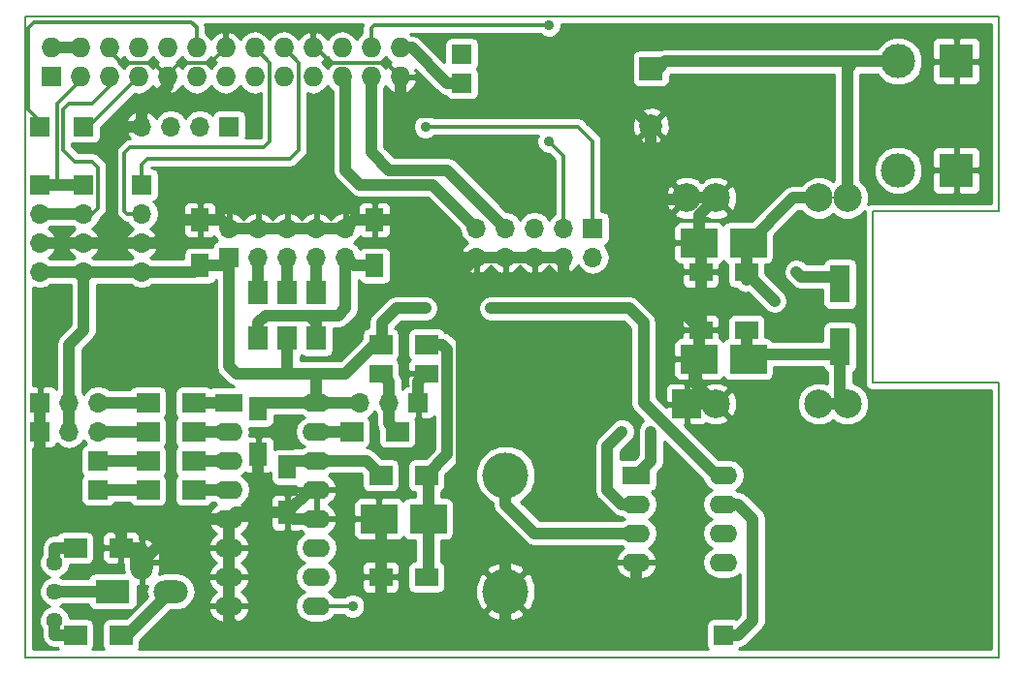
<source format=gbr>
%TF.GenerationSoftware,KiCad,Pcbnew,4.0.7*%
%TF.CreationDate,2018-04-11T15:18:22+03:00*%
%TF.ProjectId,pi_adc_rtc_etc,70695F6164635F7274635F6574632E6B,rev?*%
%TF.FileFunction,Copper,L2,Bot,Signal*%
%FSLAX46Y46*%
G04 Gerber Fmt 4.6, Leading zero omitted, Abs format (unit mm)*
G04 Created by KiCad (PCBNEW 4.0.7) date 04/11/18 15:18:22*
%MOMM*%
%LPD*%
G01*
G04 APERTURE LIST*
%ADD10C,0.150000*%
%ADD11R,1.727200X1.727200*%
%ADD12O,1.727200X1.727200*%
%ADD13C,4.000500*%
%ADD14R,1.600000X2.000000*%
%ADD15R,3.200000X2.500000*%
%ADD16R,2.000000X1.600000*%
%ADD17O,2.000000X3.000000*%
%ADD18R,3.000000X2.000000*%
%ADD19O,3.000000X2.000000*%
%ADD20R,3.000000X3.000000*%
%ADD21C,3.000000*%
%ADD22R,1.700000X1.700000*%
%ADD23O,1.700000X1.700000*%
%ADD24R,2.500000X2.500000*%
%ADD25C,2.500000*%
%ADD26R,1.700000X2.000000*%
%ADD27R,2.000000X1.700000*%
%ADD28C,1.440000*%
%ADD29R,2.400000X1.600000*%
%ADD30O,2.400000X1.600000*%
%ADD31C,1.000000*%
%ADD32R,1.700000X3.300000*%
%ADD33R,2.000000X2.000000*%
%ADD34C,2.000000*%
%ADD35C,0.900000*%
%ADD36C,1.000000*%
%ADD37C,0.300000*%
%ADD38C,0.254000*%
G04 APERTURE END LIST*
D10*
X85000000Y39000000D02*
X85000000Y56000000D01*
X74000000Y39000000D02*
X85000000Y39000000D01*
X74000000Y24000000D02*
X74000000Y39000000D01*
X85000000Y24000000D02*
X74000000Y24000000D01*
X85000000Y0D02*
X85000000Y24000000D01*
X85000000Y56000000D02*
X0Y56000000D01*
X0Y0D02*
X85000000Y0D01*
X0Y56000000D02*
X0Y0D01*
D11*
X2255360Y50720860D03*
D12*
X2255360Y53260860D03*
X4795360Y50720860D03*
X4795360Y53260860D03*
X7335360Y50720860D03*
X7335360Y53260860D03*
X9875360Y50720860D03*
X9875360Y53260860D03*
X12415360Y50720860D03*
X12415360Y53260860D03*
X14955360Y50720860D03*
X14955360Y53260860D03*
X17495360Y50720860D03*
X17495360Y53260860D03*
X20035360Y50720860D03*
X20035360Y53260860D03*
X22575360Y50720860D03*
X22575360Y53260860D03*
X25115360Y50720860D03*
X25115360Y53260860D03*
X27655360Y50720860D03*
X27655360Y53260860D03*
X30195360Y50720860D03*
X30195360Y53260860D03*
X32735360Y50720860D03*
X32735360Y53260860D03*
D13*
X41920000Y15900000D03*
X41920000Y5740000D03*
D14*
X30490000Y34220000D03*
X30490000Y38220000D03*
D15*
X63120000Y26060000D03*
X58820000Y26060000D03*
D16*
X62970000Y28600000D03*
X58970000Y28600000D03*
D14*
X20330000Y17710000D03*
X20330000Y21710000D03*
D15*
X63120000Y36220000D03*
X58820000Y36220000D03*
D16*
X58970000Y33680000D03*
X62970000Y33680000D03*
D14*
X15250000Y34220000D03*
X15250000Y38220000D03*
D16*
X31030000Y24790000D03*
X35030000Y24790000D03*
D14*
X22870000Y16630000D03*
X22870000Y12630000D03*
D15*
X35180000Y12090000D03*
X30880000Y12090000D03*
D16*
X31030000Y7010000D03*
X35030000Y7010000D03*
D17*
X10170000Y8280000D03*
D18*
X7630000Y5740000D03*
D19*
X12710000Y5740000D03*
D20*
X81290000Y42570000D03*
D21*
X76210000Y42570000D03*
D22*
X10170000Y41300000D03*
D23*
X10170000Y38760000D03*
X10170000Y36220000D03*
X10170000Y33680000D03*
D22*
X1280000Y41300000D03*
D23*
X1280000Y38760000D03*
X1280000Y36220000D03*
X1280000Y33680000D03*
D22*
X5090000Y41300000D03*
D23*
X5090000Y38760000D03*
X5090000Y36220000D03*
X5090000Y33680000D03*
D22*
X17790000Y46380000D03*
D23*
X15250000Y46380000D03*
X12710000Y46380000D03*
X10170000Y46380000D03*
D24*
X57780000Y22140000D03*
D25*
X71780000Y22140000D03*
X71780000Y40140000D03*
X57780000Y40140000D03*
X60280000Y22140000D03*
X69280000Y22140000D03*
X69280000Y40140000D03*
X60280000Y40140000D03*
D22*
X5090000Y46380000D03*
D20*
X81290000Y52095000D03*
D21*
X76210000Y52095000D03*
D22*
X17790000Y34950000D03*
D23*
X17790000Y37490000D03*
X20330000Y34950000D03*
X20330000Y37490000D03*
X22870000Y34950000D03*
X22870000Y37490000D03*
X25410000Y34950000D03*
X25410000Y37490000D03*
X27950000Y34950000D03*
X27950000Y37490000D03*
D22*
X49540000Y37490000D03*
D23*
X49540000Y34950000D03*
X47000000Y37490000D03*
X47000000Y34950000D03*
X44460000Y37490000D03*
X44460000Y34950000D03*
X41920000Y37490000D03*
X41920000Y34950000D03*
X39380000Y37490000D03*
X39380000Y34950000D03*
D22*
X1280000Y46380000D03*
X38110000Y52730000D03*
X38110000Y50190000D03*
X1280000Y22250000D03*
D23*
X3820000Y22250000D03*
X6360000Y22250000D03*
D22*
X1280000Y19710000D03*
D23*
X3820000Y19710000D03*
X6360000Y19710000D03*
D22*
X6360000Y17170000D03*
X6360000Y14630000D03*
X34300000Y22250000D03*
D23*
X31760000Y22250000D03*
X29220000Y22250000D03*
D22*
X60970000Y1930000D03*
D26*
X22870000Y31870000D03*
X22870000Y27870000D03*
X20330000Y31870000D03*
X20330000Y27870000D03*
X25410000Y31870000D03*
X25410000Y27870000D03*
D27*
X10710000Y22250000D03*
X14710000Y22250000D03*
X10710000Y19710000D03*
X14710000Y19710000D03*
X10710000Y17170000D03*
X14710000Y17170000D03*
X10710000Y14630000D03*
X14710000Y14630000D03*
X32490000Y19710000D03*
X28490000Y19710000D03*
X35030000Y27330000D03*
X31030000Y27330000D03*
X31030000Y15900000D03*
X35030000Y15900000D03*
X4360000Y1930000D03*
X8360000Y1930000D03*
X8360000Y9550000D03*
X4360000Y9550000D03*
D28*
X2550000Y3200000D03*
X2550000Y5740000D03*
X2550000Y8280000D03*
D29*
X17790000Y22250000D03*
D30*
X25410000Y4470000D03*
X17790000Y19710000D03*
X25410000Y7010000D03*
X17790000Y17170000D03*
X25410000Y9550000D03*
X17790000Y14630000D03*
X25410000Y12090000D03*
X17790000Y12090000D03*
X25410000Y14630000D03*
X17790000Y9550000D03*
X25410000Y17170000D03*
X17790000Y7010000D03*
X25410000Y19710000D03*
X17790000Y4470000D03*
X25410000Y22250000D03*
D29*
X53350000Y15900000D03*
D30*
X60970000Y8280000D03*
X53350000Y13360000D03*
X60970000Y10820000D03*
X53350000Y10820000D03*
X60970000Y13360000D03*
X53350000Y8280000D03*
X60970000Y15900000D03*
D31*
X54620000Y19710000D03*
X52080000Y19710000D03*
D32*
X71130000Y27120000D03*
X71130000Y32620000D03*
D33*
X54620000Y51460000D03*
D34*
X54620000Y46460000D03*
D35*
X65415000Y31140000D03*
X34935000Y30505000D03*
X40650000Y30505000D03*
X67320000Y33680000D03*
X28585000Y4470000D03*
X34935000Y46380000D03*
X45730000Y45110000D03*
X45730000Y55270000D03*
D36*
X10170000Y33680000D02*
X14710000Y33680000D01*
X14710000Y33680000D02*
X15250000Y34220000D01*
X17790000Y34950000D02*
X17790000Y25425000D01*
X21600000Y24790000D02*
X22870000Y24790000D01*
X18425000Y24790000D02*
X21600000Y24790000D01*
X17790000Y25425000D02*
X18425000Y24790000D01*
X22870000Y27870000D02*
X22870000Y24790000D01*
X15250000Y34220000D02*
X17060000Y34220000D01*
X17060000Y34220000D02*
X17790000Y34950000D01*
X25410000Y22250000D02*
X25410000Y24790000D01*
X54620000Y51460000D02*
X55255000Y51460000D01*
X55255000Y51460000D02*
X55890000Y52095000D01*
X55890000Y52095000D02*
X76210000Y52095000D01*
X71780000Y40140000D02*
X71780000Y51475000D01*
X72400000Y52095000D02*
X76210000Y52095000D01*
X71780000Y51475000D02*
X72400000Y52095000D01*
X65415000Y31140000D02*
X62970000Y33585000D01*
X62970000Y33585000D02*
X62970000Y33680000D01*
X60970000Y15900000D02*
X60335000Y15900000D01*
X60335000Y15900000D02*
X53985000Y22250000D01*
X31125000Y29235000D02*
X31125000Y27425000D01*
X32395000Y30505000D02*
X31125000Y29235000D01*
X34935000Y30505000D02*
X32395000Y30505000D01*
X52715000Y30505000D02*
X40650000Y30505000D01*
X53985000Y29235000D02*
X52715000Y30505000D01*
X53985000Y22250000D02*
X53985000Y29235000D01*
X31125000Y27425000D02*
X31030000Y27330000D01*
X62970000Y33680000D02*
X62970000Y32950000D01*
X2255360Y53260860D02*
X4795360Y53260860D01*
X69860000Y40720000D02*
X69280000Y40140000D01*
X62970000Y33680000D02*
X62970000Y36070000D01*
X62970000Y36070000D02*
X67040000Y40140000D01*
X67040000Y40140000D02*
X69280000Y40140000D01*
X3820000Y22250000D02*
X3820000Y27330000D01*
X5090000Y28600000D02*
X5090000Y33680000D01*
X3820000Y27330000D02*
X5090000Y28600000D01*
X3820000Y22250000D02*
X3820000Y19710000D01*
X1280000Y33680000D02*
X5090000Y33680000D01*
X5090000Y33680000D02*
X10170000Y33680000D01*
X22870000Y24790000D02*
X25410000Y24790000D01*
X25410000Y24790000D02*
X26680000Y24790000D01*
X27950000Y24790000D02*
X26680000Y24790000D01*
X30490000Y27330000D02*
X27950000Y24790000D01*
X31030000Y27330000D02*
X30490000Y27330000D01*
X25410000Y22250000D02*
X29220000Y22250000D01*
X25410000Y22250000D02*
X20870000Y22250000D01*
X20870000Y22250000D02*
X20330000Y21710000D01*
X54620000Y46460000D02*
X54620000Y41300000D01*
X55890000Y40030000D02*
X54620000Y41300000D01*
X55890000Y40030000D02*
X57670000Y40030000D01*
X54620000Y46460000D02*
X53430000Y47650000D01*
X53430000Y47650000D02*
X53310000Y47650000D01*
X30490000Y38220000D02*
X34840000Y38220000D01*
X34840000Y38220000D02*
X38110000Y34950000D01*
X38110000Y34950000D02*
X39380000Y34950000D01*
X10170000Y36220000D02*
X11440000Y36220000D01*
X13440000Y38220000D02*
X15250000Y38220000D01*
X11440000Y36220000D02*
X13440000Y38220000D01*
X30490000Y38220000D02*
X28680000Y38220000D01*
X28680000Y38220000D02*
X27950000Y37490000D01*
X15250000Y38220000D02*
X17060000Y38220000D01*
X17060000Y38220000D02*
X17790000Y37490000D01*
X17790000Y37490000D02*
X22870000Y37490000D01*
X22870000Y37490000D02*
X25410000Y37490000D01*
X25410000Y37490000D02*
X27950000Y37490000D01*
D37*
X25410000Y14630000D02*
X28585000Y14630000D01*
X34300000Y18440000D02*
X34300000Y22250000D01*
X33030000Y17170000D02*
X34300000Y18440000D01*
X33030000Y14630000D02*
X33030000Y17170000D01*
X32395000Y13995000D02*
X33030000Y14630000D01*
X29220000Y13995000D02*
X32395000Y13995000D01*
X28585000Y14630000D02*
X29220000Y13995000D01*
D36*
X8360000Y9550000D02*
X8360000Y10852000D01*
X1280000Y13106000D02*
X1280000Y19710000D01*
X2296000Y12090000D02*
X1280000Y13106000D01*
X7122000Y12090000D02*
X2296000Y12090000D01*
X8360000Y10852000D02*
X7122000Y12090000D01*
D37*
X12415360Y50720860D02*
X12415360Y50911360D01*
X12415360Y50911360D02*
X13472000Y51968000D01*
X16202500Y51968000D02*
X17495360Y53260860D01*
X13472000Y51968000D02*
X16202500Y51968000D01*
X7335360Y53260860D02*
X7335360Y53024640D01*
X7335360Y53024640D02*
X8392000Y51968000D01*
X8392000Y51968000D02*
X11168220Y51968000D01*
X11168220Y51968000D02*
X12415360Y50720860D01*
X25115360Y53260860D02*
X25387140Y53260860D01*
X25387140Y53260860D02*
X26680000Y51968000D01*
X26680000Y51968000D02*
X31488220Y51968000D01*
X31488220Y51968000D02*
X32735360Y50720860D01*
D36*
X32735360Y50720860D02*
X32735360Y49214640D01*
X34300000Y47650000D02*
X53310000Y47650000D01*
X32735360Y49214640D02*
X34300000Y47650000D01*
X12415360Y50720860D02*
X12415360Y49895360D01*
X12415360Y49895360D02*
X10170000Y47650000D01*
X10170000Y47650000D02*
X10170000Y46380000D01*
X10170000Y46380000D02*
X8900000Y46380000D01*
X7630000Y45110000D02*
X7630000Y36220000D01*
X8900000Y46380000D02*
X7630000Y45110000D01*
X1280000Y36220000D02*
X5090000Y36220000D01*
X5090000Y36220000D02*
X7630000Y36220000D01*
X7630000Y36220000D02*
X10170000Y36220000D01*
X47000000Y34950000D02*
X47000000Y33680000D01*
X55160000Y32410000D02*
X58970000Y28600000D01*
X48270000Y32410000D02*
X55160000Y32410000D01*
X47000000Y33680000D02*
X48270000Y32410000D01*
X41920000Y5740000D02*
X41920000Y8280000D01*
X38110000Y33680000D02*
X39380000Y34950000D01*
X38110000Y12090000D02*
X38110000Y33680000D01*
X41920000Y8280000D02*
X38110000Y12090000D01*
X39380000Y34950000D02*
X44460000Y34950000D01*
X44460000Y34950000D02*
X47000000Y34950000D01*
X60280000Y40140000D02*
X57780000Y40140000D01*
X57780000Y40140000D02*
X57670000Y40030000D01*
X60280000Y40140000D02*
X58820000Y38680000D01*
X58820000Y38680000D02*
X58820000Y36220000D01*
X58820000Y26060000D02*
X58820000Y28450000D01*
X58820000Y28450000D02*
X58970000Y28600000D01*
X58970000Y28600000D02*
X58970000Y36070000D01*
X58970000Y36070000D02*
X58820000Y36220000D01*
X57780000Y22140000D02*
X60280000Y22140000D01*
X60280000Y22140000D02*
X58430000Y23990000D01*
X58430000Y23990000D02*
X58430000Y25670000D01*
X58430000Y25670000D02*
X58820000Y26060000D01*
X41920000Y3200000D02*
X43190000Y1930000D01*
X53350000Y3200000D02*
X53350000Y8280000D01*
X52080000Y1930000D02*
X53350000Y3200000D01*
X43190000Y1930000D02*
X52080000Y1930000D01*
X31030000Y3740000D02*
X31220000Y3740000D01*
X41920000Y3200000D02*
X41920000Y5740000D01*
X40650000Y1930000D02*
X41920000Y3200000D01*
X33030000Y1930000D02*
X40650000Y1930000D01*
X31220000Y3740000D02*
X33030000Y1930000D01*
X1280000Y22250000D02*
X1280000Y19710000D01*
X34300000Y22250000D02*
X34300000Y24060000D01*
X34300000Y24060000D02*
X35030000Y24790000D01*
X17790000Y4470000D02*
X17790000Y3200000D01*
X31030000Y3740000D02*
X31030000Y7010000D01*
X29220000Y1930000D02*
X31030000Y3740000D01*
X19060000Y1930000D02*
X29220000Y1930000D01*
X17790000Y3200000D02*
X19060000Y1930000D01*
X31030000Y7010000D02*
X31030000Y11940000D01*
X31030000Y11940000D02*
X30880000Y12090000D01*
X17790000Y7010000D02*
X17790000Y4470000D01*
X17790000Y9550000D02*
X17790000Y7010000D01*
X17790000Y12090000D02*
X17790000Y9550000D01*
X10170000Y8280000D02*
X10170000Y9550000D01*
X10170000Y9550000D02*
X8360000Y9550000D01*
X10170000Y8280000D02*
X13980000Y12090000D01*
X13980000Y12090000D02*
X17790000Y12090000D01*
X22870000Y12630000D02*
X18330000Y12630000D01*
X18330000Y12630000D02*
X17790000Y12090000D01*
X25410000Y12090000D02*
X23410000Y12090000D01*
X23410000Y12090000D02*
X22870000Y12630000D01*
X25410000Y14630000D02*
X24870000Y14630000D01*
X24870000Y14630000D02*
X22870000Y12630000D01*
X20330000Y17710000D02*
X20330000Y13360000D01*
X21060000Y12630000D02*
X22870000Y12630000D01*
X20330000Y13360000D02*
X21060000Y12630000D01*
X24775000Y29870000D02*
X27315000Y29870000D01*
X27950000Y30505000D02*
X27950000Y34950000D01*
X27315000Y29870000D02*
X27950000Y30505000D01*
X20330000Y27870000D02*
X20330000Y29235000D01*
X25410000Y29235000D02*
X25410000Y27870000D01*
X24775000Y29870000D02*
X25410000Y29235000D01*
X20965000Y29870000D02*
X24775000Y29870000D01*
X20330000Y29235000D02*
X20965000Y29870000D01*
X30490000Y34220000D02*
X28680000Y34220000D01*
X28680000Y34220000D02*
X27950000Y34950000D01*
X53350000Y10820000D02*
X44460000Y10820000D01*
X41920000Y13360000D02*
X41920000Y15900000D01*
X44460000Y10820000D02*
X41920000Y13360000D01*
X71130000Y26470000D02*
X63530000Y26470000D01*
X63530000Y26470000D02*
X63120000Y26060000D01*
X62970000Y28600000D02*
X62970000Y26210000D01*
X62970000Y26210000D02*
X63120000Y26060000D01*
X69280000Y22140000D02*
X71780000Y22140000D01*
X71780000Y22140000D02*
X71130000Y22790000D01*
X71130000Y22790000D02*
X71130000Y26470000D01*
X31760000Y22250000D02*
X31760000Y24060000D01*
X31760000Y24060000D02*
X31030000Y24790000D01*
X31760000Y22250000D02*
X31760000Y20440000D01*
X31760000Y20440000D02*
X32490000Y19710000D01*
X25410000Y17170000D02*
X29760000Y17170000D01*
X29760000Y17170000D02*
X31030000Y15900000D01*
X8360000Y1930000D02*
X8900000Y1930000D01*
X8900000Y1930000D02*
X12710000Y5740000D01*
X25410000Y17170000D02*
X23410000Y17170000D01*
X23410000Y17170000D02*
X22870000Y16630000D01*
X35030000Y27330000D02*
X36401998Y27330000D01*
X36840000Y17710000D02*
X35030000Y15900000D01*
X36840000Y26891998D02*
X36840000Y17710000D01*
X36401998Y27330000D02*
X36840000Y26891998D01*
X35180000Y12090000D02*
X35180000Y15750000D01*
X35180000Y15750000D02*
X35030000Y15900000D01*
X35180000Y12090000D02*
X35180000Y7160000D01*
X35180000Y7160000D02*
X35030000Y7010000D01*
X67320000Y33680000D02*
X67730000Y33270000D01*
X67730000Y33270000D02*
X71130000Y33270000D01*
X7630000Y5740000D02*
X2550000Y5740000D01*
D37*
X22575360Y53260860D02*
X22593140Y53260860D01*
X22593140Y53260860D02*
X23886000Y51968000D01*
X23886000Y51968000D02*
X23886000Y44348000D01*
X23886000Y44348000D02*
X23124000Y43586000D01*
X23124000Y43586000D02*
X10678000Y43586000D01*
X10678000Y43586000D02*
X10170000Y43078000D01*
X10170000Y43078000D02*
X10170000Y41300000D01*
X20035360Y53260860D02*
X20053140Y53260860D01*
X20053140Y53260860D02*
X21346000Y51968000D01*
X21346000Y51968000D02*
X21346000Y45110000D01*
X21346000Y45110000D02*
X20838000Y44602000D01*
X20838000Y44602000D02*
X9154000Y44602000D01*
X9154000Y44602000D02*
X8646000Y44094000D01*
X8646000Y44094000D02*
X8646000Y39014000D01*
X8646000Y39014000D02*
X8900000Y38760000D01*
X8900000Y38760000D02*
X10170000Y38760000D01*
X28585000Y4470000D02*
X25410000Y4470000D01*
D36*
X25410000Y34950000D02*
X25410000Y31870000D01*
D37*
X4795360Y50720860D02*
X4795360Y50403360D01*
X4795360Y50403360D02*
X2804000Y48412000D01*
X2804000Y48412000D02*
X2804000Y41300000D01*
D36*
X1280000Y41300000D02*
X2804000Y41300000D01*
X2804000Y41300000D02*
X5090000Y41300000D01*
D37*
X25410000Y34950000D02*
X25410000Y35585000D01*
D36*
X20330000Y34950000D02*
X20330000Y31870000D01*
D37*
X7335360Y50720860D02*
X7335360Y49895360D01*
X7335360Y49895360D02*
X5852000Y48412000D01*
X5852000Y48412000D02*
X3820000Y48412000D01*
X3820000Y48412000D02*
X3312000Y47904000D01*
X3312000Y47904000D02*
X3312000Y44348000D01*
X3312000Y44348000D02*
X4328000Y43332000D01*
X4328000Y43332000D02*
X5852000Y43332000D01*
X5852000Y43332000D02*
X6360000Y42824000D01*
X6360000Y42824000D02*
X6360000Y39268000D01*
X6360000Y39268000D02*
X5852000Y38760000D01*
X5852000Y38760000D02*
X5090000Y38760000D01*
D36*
X1280000Y38760000D02*
X5090000Y38760000D01*
D37*
X5090000Y46380000D02*
X5534500Y46380000D01*
X5534500Y46380000D02*
X9875360Y50720860D01*
D36*
X22870000Y34950000D02*
X22870000Y31870000D01*
D37*
X1280000Y46380000D02*
X1280000Y46888000D01*
X1280000Y46888000D02*
X264000Y47904000D01*
X264000Y47904000D02*
X264000Y55016000D01*
X264000Y55016000D02*
X772000Y55524000D01*
X772000Y55524000D02*
X14488000Y55524000D01*
X14488000Y55524000D02*
X14955360Y55056640D01*
X14955360Y55056640D02*
X14955360Y53260860D01*
X49540000Y37490000D02*
X49540000Y45110000D01*
X48270000Y46380000D02*
X34935000Y46380000D01*
X49540000Y45110000D02*
X48270000Y46380000D01*
D36*
X39380000Y37490000D02*
X35570000Y41300000D01*
X27950000Y42570000D02*
X27950000Y50426220D01*
X29220000Y41300000D02*
X27950000Y42570000D01*
X30490000Y41300000D02*
X29220000Y41300000D01*
X35570000Y41300000D02*
X30490000Y41300000D01*
X27950000Y50426220D02*
X27655360Y50720860D01*
X41920000Y37490000D02*
X36840000Y42570000D01*
X30195360Y44134640D02*
X30195360Y50720860D01*
X31760000Y42570000D02*
X30195360Y44134640D01*
X36840000Y42570000D02*
X31760000Y42570000D01*
D37*
X30195360Y53260860D02*
X30195360Y54975360D01*
X47000000Y43840000D02*
X47000000Y37490000D01*
X45730000Y45110000D02*
X47000000Y43840000D01*
X30490000Y55270000D02*
X45730000Y55270000D01*
X30195360Y54975360D02*
X30490000Y55270000D01*
D36*
X32735360Y53260860D02*
X33769140Y53260860D01*
X36840000Y50190000D02*
X38110000Y50190000D01*
X33769140Y53260860D02*
X36840000Y50190000D01*
X6360000Y22250000D02*
X10710000Y22250000D01*
X6360000Y19710000D02*
X10710000Y19710000D01*
X6360000Y17170000D02*
X10710000Y17170000D01*
X6360000Y14630000D02*
X10710000Y14630000D01*
X60970000Y13360000D02*
X62240000Y13360000D01*
X62240000Y1930000D02*
X60970000Y1930000D01*
X63510000Y3200000D02*
X62240000Y1930000D01*
X63510000Y12090000D02*
X63510000Y3200000D01*
X62240000Y13360000D02*
X63510000Y12090000D01*
X17790000Y22250000D02*
X14710000Y22250000D01*
X17790000Y19710000D02*
X14710000Y19710000D01*
X17790000Y17170000D02*
X14710000Y17170000D01*
X17790000Y14630000D02*
X14710000Y14630000D01*
X25410000Y19710000D02*
X28490000Y19710000D01*
X2550000Y3200000D02*
X2550000Y1930000D01*
X2550000Y1930000D02*
X4360000Y1930000D01*
X2550000Y8280000D02*
X2550000Y9550000D01*
X2550000Y9550000D02*
X4360000Y9550000D01*
X54620000Y19710000D02*
X54620000Y17170000D01*
X54620000Y17170000D02*
X53350000Y15900000D01*
X52080000Y19710000D02*
X50810000Y18440000D01*
X52080000Y13360000D02*
X53350000Y13360000D01*
X50810000Y14630000D02*
X52080000Y13360000D01*
X50810000Y18440000D02*
X50810000Y14630000D01*
D38*
G36*
X84290000Y39710000D02*
X74000000Y39710000D01*
X73728295Y39655954D01*
X73578491Y39555859D01*
X73664672Y39763405D01*
X73665326Y40513305D01*
X73378957Y41206372D01*
X72915000Y41671139D01*
X72915000Y42147185D01*
X74074630Y42147185D01*
X74398980Y41362200D01*
X74999041Y40761091D01*
X75783459Y40435372D01*
X76632815Y40434630D01*
X77417800Y40758980D01*
X78018909Y41359041D01*
X78344628Y42143459D01*
X78344750Y42284250D01*
X79155000Y42284250D01*
X79155000Y40943690D01*
X79251673Y40710301D01*
X79430302Y40531673D01*
X79663691Y40435000D01*
X81004250Y40435000D01*
X81163000Y40593750D01*
X81163000Y42443000D01*
X81417000Y42443000D01*
X81417000Y40593750D01*
X81575750Y40435000D01*
X82916309Y40435000D01*
X83149698Y40531673D01*
X83328327Y40710301D01*
X83425000Y40943690D01*
X83425000Y42284250D01*
X83266250Y42443000D01*
X81417000Y42443000D01*
X81163000Y42443000D01*
X79313750Y42443000D01*
X79155000Y42284250D01*
X78344750Y42284250D01*
X78345370Y42992815D01*
X78021020Y43777800D01*
X77603240Y44196310D01*
X79155000Y44196310D01*
X79155000Y42855750D01*
X79313750Y42697000D01*
X81163000Y42697000D01*
X81163000Y44546250D01*
X81417000Y44546250D01*
X81417000Y42697000D01*
X83266250Y42697000D01*
X83425000Y42855750D01*
X83425000Y44196310D01*
X83328327Y44429699D01*
X83149698Y44608327D01*
X82916309Y44705000D01*
X81575750Y44705000D01*
X81417000Y44546250D01*
X81163000Y44546250D01*
X81004250Y44705000D01*
X79663691Y44705000D01*
X79430302Y44608327D01*
X79251673Y44429699D01*
X79155000Y44196310D01*
X77603240Y44196310D01*
X77420959Y44378909D01*
X76636541Y44704628D01*
X75787185Y44705370D01*
X75002200Y44381020D01*
X74401091Y43780959D01*
X74075372Y42996541D01*
X74074630Y42147185D01*
X72915000Y42147185D01*
X72915000Y50960000D01*
X74368900Y50960000D01*
X74398980Y50887200D01*
X74999041Y50286091D01*
X75783459Y49960372D01*
X76632815Y49959630D01*
X77417800Y50283980D01*
X78018909Y50884041D01*
X78344628Y51668459D01*
X78344750Y51809250D01*
X79155000Y51809250D01*
X79155000Y50468690D01*
X79251673Y50235301D01*
X79430302Y50056673D01*
X79663691Y49960000D01*
X81004250Y49960000D01*
X81163000Y50118750D01*
X81163000Y51968000D01*
X81417000Y51968000D01*
X81417000Y50118750D01*
X81575750Y49960000D01*
X82916309Y49960000D01*
X83149698Y50056673D01*
X83328327Y50235301D01*
X83425000Y50468690D01*
X83425000Y51809250D01*
X83266250Y51968000D01*
X81417000Y51968000D01*
X81163000Y51968000D01*
X79313750Y51968000D01*
X79155000Y51809250D01*
X78344750Y51809250D01*
X78345370Y52517815D01*
X78021020Y53302800D01*
X77603240Y53721310D01*
X79155000Y53721310D01*
X79155000Y52380750D01*
X79313750Y52222000D01*
X81163000Y52222000D01*
X81163000Y54071250D01*
X81417000Y54071250D01*
X81417000Y52222000D01*
X83266250Y52222000D01*
X83425000Y52380750D01*
X83425000Y53721310D01*
X83328327Y53954699D01*
X83149698Y54133327D01*
X82916309Y54230000D01*
X81575750Y54230000D01*
X81417000Y54071250D01*
X81163000Y54071250D01*
X81004250Y54230000D01*
X79663691Y54230000D01*
X79430302Y54133327D01*
X79251673Y53954699D01*
X79155000Y53721310D01*
X77603240Y53721310D01*
X77420959Y53903909D01*
X76636541Y54229628D01*
X75787185Y54230370D01*
X75002200Y53906020D01*
X74401091Y53305959D01*
X74369550Y53230000D01*
X55890000Y53230000D01*
X55455655Y53143604D01*
X55401532Y53107440D01*
X53620000Y53107440D01*
X53384683Y53063162D01*
X53168559Y52924090D01*
X53023569Y52711890D01*
X52972560Y52460000D01*
X52972560Y50460000D01*
X53016838Y50224683D01*
X53155910Y50008559D01*
X53368110Y49863569D01*
X53620000Y49812560D01*
X55620000Y49812560D01*
X55855317Y49856838D01*
X56071441Y49995910D01*
X56216431Y50208110D01*
X56267440Y50460000D01*
X56267440Y50867308D01*
X56360132Y50960000D01*
X70645000Y50960000D01*
X70645000Y41670449D01*
X70563301Y41588892D01*
X70364501Y41721727D01*
X70349161Y41737093D01*
X70328932Y41745493D01*
X70294345Y41768603D01*
X70253904Y41776647D01*
X69656595Y42024672D01*
X68906695Y42025326D01*
X68213628Y41738957D01*
X67748861Y41275000D01*
X67040000Y41275000D01*
X66605654Y41188603D01*
X66239116Y40943690D01*
X66237434Y40942566D01*
X63412308Y38117440D01*
X61520000Y38117440D01*
X61284683Y38073162D01*
X61068559Y37934090D01*
X60973010Y37794250D01*
X60958327Y37829699D01*
X60779698Y38008327D01*
X60546309Y38105000D01*
X59105750Y38105000D01*
X58947000Y37946250D01*
X58947000Y36347000D01*
X58967000Y36347000D01*
X58967000Y36093000D01*
X58947000Y36093000D01*
X58947000Y36073000D01*
X58693000Y36073000D01*
X58693000Y36093000D01*
X56743750Y36093000D01*
X56585000Y35934250D01*
X56585000Y34843690D01*
X56681673Y34610301D01*
X56860302Y34431673D01*
X57093691Y34335000D01*
X57335000Y34335000D01*
X57335000Y33965750D01*
X57493750Y33807000D01*
X58843000Y33807000D01*
X58843000Y33827000D01*
X59097000Y33827000D01*
X59097000Y33807000D01*
X60446250Y33807000D01*
X60605000Y33965750D01*
X60605000Y34359311D01*
X60779698Y34431673D01*
X60958327Y34610301D01*
X60973423Y34646747D01*
X61055910Y34518559D01*
X61268110Y34373569D01*
X61322560Y34362543D01*
X61322560Y32880000D01*
X61366838Y32644683D01*
X61505910Y32428559D01*
X61718110Y32283569D01*
X61970000Y32232560D01*
X62110555Y32232560D01*
X62167434Y32147434D01*
X62535654Y31901397D01*
X62970000Y31815000D01*
X63107515Y31842353D01*
X64612434Y30337434D01*
X64980655Y30091397D01*
X65415000Y30005000D01*
X65849345Y30091397D01*
X66217566Y30337434D01*
X66463603Y30705655D01*
X66550000Y31140000D01*
X66463603Y31574345D01*
X66217566Y31942566D01*
X64617440Y33542692D01*
X64617440Y33680000D01*
X66185000Y33680000D01*
X66271397Y33245655D01*
X66517434Y32877434D01*
X66927434Y32467433D01*
X67295655Y32221396D01*
X67730000Y32135000D01*
X69632560Y32135000D01*
X69632560Y30970000D01*
X69676838Y30734683D01*
X69815910Y30518559D01*
X70028110Y30373569D01*
X70280000Y30322560D01*
X71980000Y30322560D01*
X72215317Y30366838D01*
X72431441Y30505910D01*
X72576431Y30718110D01*
X72627440Y30970000D01*
X72627440Y34270000D01*
X72583162Y34505317D01*
X72444090Y34721441D01*
X72231890Y34866431D01*
X71980000Y34917440D01*
X70280000Y34917440D01*
X70044683Y34873162D01*
X69828559Y34734090D01*
X69683569Y34521890D01*
X69659898Y34405000D01*
X68200132Y34405000D01*
X68122566Y34482566D01*
X67754345Y34728603D01*
X67320000Y34815000D01*
X66885655Y34728603D01*
X66517434Y34482566D01*
X66271397Y34114345D01*
X66185000Y33680000D01*
X64617440Y33680000D01*
X64617440Y34322560D01*
X64720000Y34322560D01*
X64955317Y34366838D01*
X65171441Y34505910D01*
X65316431Y34718110D01*
X65367440Y34970000D01*
X65367440Y36862308D01*
X67510132Y39005000D01*
X67749551Y39005000D01*
X68210839Y38542907D01*
X68903405Y38255328D01*
X69653305Y38254674D01*
X70346372Y38541043D01*
X70529855Y38724207D01*
X70710839Y38542907D01*
X71403405Y38255328D01*
X72153305Y38254674D01*
X72846372Y38541043D01*
X73290000Y38983898D01*
X73290000Y24000000D01*
X73344046Y23728295D01*
X73497954Y23497954D01*
X73564850Y23453256D01*
X73581447Y23428965D01*
X73623841Y23401685D01*
X73649162Y23396921D01*
X73728295Y23344046D01*
X74000000Y23290000D01*
X84290000Y23290000D01*
X84290000Y710000D01*
X62335730Y710000D01*
X62416431Y828110D01*
X62416850Y830178D01*
X62674346Y881397D01*
X63042566Y1127434D01*
X64312566Y2397434D01*
X64536494Y2732566D01*
X64558603Y2765654D01*
X64645000Y3200000D01*
X64645000Y12090000D01*
X64558603Y12524346D01*
X64312566Y12892566D01*
X63042566Y14162566D01*
X62989264Y14198181D01*
X62674346Y14408603D01*
X62240859Y14494829D01*
X62038562Y14630000D01*
X62420648Y14885302D01*
X62731717Y15350849D01*
X62840950Y15900000D01*
X62731717Y16449151D01*
X62420648Y16914698D01*
X61955101Y17225767D01*
X61405950Y17335000D01*
X60534050Y17335000D01*
X60509930Y17330202D01*
X57539691Y20300441D01*
X57653000Y20413750D01*
X57653000Y22013000D01*
X56053750Y22013000D01*
X55940441Y21899691D01*
X55120000Y22720132D01*
X55120000Y23516309D01*
X55895000Y23516309D01*
X55895000Y22425750D01*
X56053750Y22267000D01*
X57653000Y22267000D01*
X57653000Y23866250D01*
X57907000Y23866250D01*
X57907000Y22267000D01*
X57927000Y22267000D01*
X57927000Y22013000D01*
X57907000Y22013000D01*
X57907000Y20413750D01*
X58065750Y20255000D01*
X59156310Y20255000D01*
X59389699Y20351673D01*
X59469814Y20431789D01*
X59955806Y20245612D01*
X60705435Y20265750D01*
X61304467Y20513877D01*
X61433715Y20806680D01*
X60280000Y21960395D01*
X60265858Y21946252D01*
X60086253Y22125857D01*
X60100395Y22140000D01*
X60459605Y22140000D01*
X61613320Y20986285D01*
X61906123Y21115533D01*
X62174388Y21815806D01*
X62154250Y22565435D01*
X61906123Y23164467D01*
X61613320Y23293715D01*
X60459605Y22140000D01*
X60100395Y22140000D01*
X60086253Y22154142D01*
X60265858Y22333747D01*
X60280000Y22319605D01*
X61433715Y23473320D01*
X61304467Y23766123D01*
X60604194Y24034388D01*
X59854565Y24014250D01*
X59465098Y23852928D01*
X59389699Y23928327D01*
X59156310Y24025000D01*
X58065750Y24025000D01*
X57907000Y23866250D01*
X57653000Y23866250D01*
X57494250Y24025000D01*
X56403690Y24025000D01*
X56170301Y23928327D01*
X55991673Y23749698D01*
X55895000Y23516309D01*
X55120000Y23516309D01*
X55120000Y25774250D01*
X56585000Y25774250D01*
X56585000Y24683690D01*
X56681673Y24450301D01*
X56860302Y24271673D01*
X57093691Y24175000D01*
X58534250Y24175000D01*
X58693000Y24333750D01*
X58693000Y25933000D01*
X56743750Y25933000D01*
X56585000Y25774250D01*
X55120000Y25774250D01*
X55120000Y27436310D01*
X56585000Y27436310D01*
X56585000Y26345750D01*
X56743750Y26187000D01*
X58693000Y26187000D01*
X58693000Y26207000D01*
X58947000Y26207000D01*
X58947000Y26187000D01*
X58967000Y26187000D01*
X58967000Y25933000D01*
X58947000Y25933000D01*
X58947000Y24333750D01*
X59105750Y24175000D01*
X60546309Y24175000D01*
X60779698Y24271673D01*
X60958327Y24450301D01*
X60973423Y24486747D01*
X61055910Y24358559D01*
X61268110Y24213569D01*
X61520000Y24162560D01*
X64720000Y24162560D01*
X64955317Y24206838D01*
X65171441Y24345910D01*
X65316431Y24558110D01*
X65367440Y24810000D01*
X65367440Y25335000D01*
X69657962Y25335000D01*
X69676838Y25234683D01*
X69815910Y25018559D01*
X69995000Y24896192D01*
X69995000Y23884154D01*
X69656595Y24024672D01*
X68906695Y24025326D01*
X68213628Y23738957D01*
X67682907Y23209161D01*
X67395328Y22516595D01*
X67394674Y21766695D01*
X67681043Y21073628D01*
X68210839Y20542907D01*
X68903405Y20255328D01*
X69653305Y20254674D01*
X70346372Y20541043D01*
X70529855Y20724207D01*
X70710839Y20542907D01*
X71403405Y20255328D01*
X72153305Y20254674D01*
X72846372Y20541043D01*
X73377093Y21070839D01*
X73664672Y21763405D01*
X73665326Y22513305D01*
X73378957Y23206372D01*
X72849161Y23737093D01*
X72265000Y23979658D01*
X72265000Y24898808D01*
X72431441Y25005910D01*
X72576431Y25218110D01*
X72627440Y25470000D01*
X72627440Y28770000D01*
X72583162Y29005317D01*
X72444090Y29221441D01*
X72231890Y29366431D01*
X71980000Y29417440D01*
X70280000Y29417440D01*
X70044683Y29373162D01*
X69828559Y29234090D01*
X69683569Y29021890D01*
X69632560Y28770000D01*
X69632560Y27605000D01*
X65284757Y27605000D01*
X65184090Y27761441D01*
X64971890Y27906431D01*
X64720000Y27957440D01*
X64617440Y27957440D01*
X64617440Y29400000D01*
X64573162Y29635317D01*
X64434090Y29851441D01*
X64221890Y29996431D01*
X63970000Y30047440D01*
X61970000Y30047440D01*
X61734683Y30003162D01*
X61518559Y29864090D01*
X61373569Y29651890D01*
X61322560Y29400000D01*
X61322560Y27920289D01*
X61284683Y27913162D01*
X61068559Y27774090D01*
X60973010Y27634250D01*
X60958327Y27669699D01*
X60779698Y27848327D01*
X60605000Y27920689D01*
X60605000Y28314250D01*
X60446250Y28473000D01*
X59097000Y28473000D01*
X59097000Y28453000D01*
X58843000Y28453000D01*
X58843000Y28473000D01*
X57493750Y28473000D01*
X57335000Y28314250D01*
X57335000Y27945000D01*
X57093691Y27945000D01*
X56860302Y27848327D01*
X56681673Y27669699D01*
X56585000Y27436310D01*
X55120000Y27436310D01*
X55120000Y29235000D01*
X55062055Y29526310D01*
X57335000Y29526310D01*
X57335000Y28885750D01*
X57493750Y28727000D01*
X58843000Y28727000D01*
X58843000Y29876250D01*
X59097000Y29876250D01*
X59097000Y28727000D01*
X60446250Y28727000D01*
X60605000Y28885750D01*
X60605000Y29526310D01*
X60508327Y29759699D01*
X60329698Y29938327D01*
X60096309Y30035000D01*
X59255750Y30035000D01*
X59097000Y29876250D01*
X58843000Y29876250D01*
X58684250Y30035000D01*
X57843691Y30035000D01*
X57610302Y29938327D01*
X57431673Y29759699D01*
X57335000Y29526310D01*
X55062055Y29526310D01*
X55033603Y29669346D01*
X54787566Y30037566D01*
X53517566Y31307566D01*
X53446766Y31354873D01*
X53149346Y31553603D01*
X52715000Y31640000D01*
X40650000Y31640000D01*
X40215654Y31553603D01*
X39847434Y31307566D01*
X39601397Y30939346D01*
X39515000Y30505000D01*
X39601397Y30070654D01*
X39847434Y29702434D01*
X40215654Y29456397D01*
X40650000Y29370000D01*
X52244868Y29370000D01*
X52850000Y28764868D01*
X52850000Y22250000D01*
X52936397Y21815654D01*
X53043743Y21655000D01*
X53182434Y21447434D01*
X53967498Y20662370D01*
X53658355Y20353765D01*
X53485197Y19936756D01*
X53484803Y19485225D01*
X53485000Y19484748D01*
X53485000Y17640132D01*
X53192308Y17347440D01*
X52150000Y17347440D01*
X51945000Y17308867D01*
X51945000Y17969868D01*
X52882152Y18907020D01*
X53041645Y19066235D01*
X53214803Y19483244D01*
X53215197Y19934775D01*
X53042767Y20352086D01*
X52723765Y20671645D01*
X52306756Y20844803D01*
X51855225Y20845197D01*
X51437914Y20672767D01*
X51118355Y20353765D01*
X51118158Y20353290D01*
X50007434Y19242566D01*
X49761397Y18874346D01*
X49675000Y18440000D01*
X49675000Y14630000D01*
X49761397Y14195654D01*
X49973428Y13878327D01*
X50007434Y13827434D01*
X51277434Y12557434D01*
X51645654Y12311397D01*
X52079141Y12225171D01*
X52281438Y12090000D01*
X52079396Y11955000D01*
X44930133Y11955000D01*
X43276134Y13608998D01*
X43410799Y13664641D01*
X44152754Y14405302D01*
X44554792Y15373517D01*
X44555707Y16421884D01*
X44155359Y17390799D01*
X43414698Y18132754D01*
X42446483Y18534792D01*
X41398116Y18535707D01*
X40429201Y18135359D01*
X39687246Y17394698D01*
X39285208Y16426483D01*
X39284293Y15378116D01*
X39684641Y14409201D01*
X40425302Y13667246D01*
X40785000Y13517886D01*
X40785000Y13360000D01*
X40871397Y12925654D01*
X40984088Y12757000D01*
X41117434Y12557434D01*
X43657433Y10017434D01*
X44025654Y9771397D01*
X44460000Y9685000D01*
X52079396Y9685000D01*
X52277707Y9552493D01*
X51845500Y9204896D01*
X51575633Y8711819D01*
X51558096Y8629039D01*
X51680085Y8407000D01*
X53223000Y8407000D01*
X53223000Y8427000D01*
X53477000Y8427000D01*
X53477000Y8407000D01*
X55019915Y8407000D01*
X55141904Y8629039D01*
X55124367Y8711819D01*
X54854500Y9204896D01*
X54422293Y9552493D01*
X54800648Y9805302D01*
X55111717Y10270849D01*
X55220950Y10820000D01*
X55111717Y11369151D01*
X54800648Y11834698D01*
X54418562Y12090000D01*
X54800648Y12345302D01*
X55111717Y12810849D01*
X55220950Y13360000D01*
X55111717Y13909151D01*
X54800648Y14374698D01*
X54654650Y14472251D01*
X54785317Y14496838D01*
X55001441Y14635910D01*
X55146431Y14848110D01*
X55197440Y15100000D01*
X55197440Y16142308D01*
X55422566Y16367434D01*
X55462021Y16426483D01*
X55668603Y16735654D01*
X55755000Y17170000D01*
X55755000Y18874868D01*
X59190719Y15439149D01*
X59208283Y15350849D01*
X59519352Y14885302D01*
X59901438Y14630000D01*
X59519352Y14374698D01*
X59208283Y13909151D01*
X59099050Y13360000D01*
X59208283Y12810849D01*
X59519352Y12345302D01*
X59901438Y12090000D01*
X59519352Y11834698D01*
X59208283Y11369151D01*
X59099050Y10820000D01*
X59208283Y10270849D01*
X59519352Y9805302D01*
X59901438Y9550000D01*
X59519352Y9294698D01*
X59208283Y8829151D01*
X59099050Y8280000D01*
X59208283Y7730849D01*
X59519352Y7265302D01*
X59984899Y6954233D01*
X60534050Y6845000D01*
X61405950Y6845000D01*
X61955101Y6954233D01*
X62375000Y7234801D01*
X62375000Y3670132D01*
X62077480Y3372612D01*
X62071890Y3376431D01*
X61820000Y3427440D01*
X60120000Y3427440D01*
X59884683Y3383162D01*
X59668559Y3244090D01*
X59523569Y3031890D01*
X59472560Y2780000D01*
X59472560Y1080000D01*
X59516838Y844683D01*
X59603504Y710000D01*
X9875730Y710000D01*
X9956431Y828110D01*
X10007440Y1080000D01*
X10007440Y1432308D01*
X12680132Y4105000D01*
X13251827Y4105000D01*
X13332068Y4120961D01*
X15998096Y4120961D01*
X16015633Y4038181D01*
X16285500Y3545104D01*
X16723517Y3192834D01*
X17263000Y3035000D01*
X17663000Y3035000D01*
X17663000Y4343000D01*
X17917000Y4343000D01*
X17917000Y3035000D01*
X18317000Y3035000D01*
X18856483Y3192834D01*
X19294500Y3545104D01*
X19564367Y4038181D01*
X19581904Y4120961D01*
X19459915Y4343000D01*
X17917000Y4343000D01*
X17663000Y4343000D01*
X16120085Y4343000D01*
X15998096Y4120961D01*
X13332068Y4120961D01*
X13877514Y4229457D01*
X14407947Y4583880D01*
X14762370Y5114313D01*
X14886827Y5740000D01*
X14762370Y6365687D01*
X14565075Y6660961D01*
X15998096Y6660961D01*
X16015633Y6578181D01*
X16285500Y6085104D01*
X16714607Y5740000D01*
X16285500Y5394896D01*
X16015633Y4901819D01*
X15998096Y4819039D01*
X16120085Y4597000D01*
X17663000Y4597000D01*
X17663000Y6883000D01*
X17917000Y6883000D01*
X17917000Y4597000D01*
X19459915Y4597000D01*
X19581904Y4819039D01*
X19564367Y4901819D01*
X19294500Y5394896D01*
X18865393Y5740000D01*
X19294500Y6085104D01*
X19564367Y6578181D01*
X19581904Y6660961D01*
X19459915Y6883000D01*
X17917000Y6883000D01*
X17663000Y6883000D01*
X16120085Y6883000D01*
X15998096Y6660961D01*
X14565075Y6660961D01*
X14407947Y6896120D01*
X13877514Y7250543D01*
X13251827Y7375000D01*
X12168173Y7375000D01*
X11700784Y7282030D01*
X11805000Y7653000D01*
X11805000Y8153000D01*
X10297000Y8153000D01*
X10297000Y6309223D01*
X10550434Y6189876D01*
X10626314Y6208253D01*
X10533173Y5740000D01*
X10628023Y5263155D01*
X8792308Y3427440D01*
X7360000Y3427440D01*
X7124683Y3383162D01*
X6908559Y3244090D01*
X6763569Y3031890D01*
X6712560Y2780000D01*
X6712560Y1080000D01*
X6756838Y844683D01*
X6843504Y710000D01*
X5875730Y710000D01*
X5956431Y828110D01*
X6007440Y1080000D01*
X6007440Y2780000D01*
X5963162Y3015317D01*
X5824090Y3231441D01*
X5611890Y3376431D01*
X5360000Y3427440D01*
X3905199Y3427440D01*
X3905235Y3468344D01*
X3699383Y3966543D01*
X3318548Y4348043D01*
X3024736Y4470045D01*
X3316543Y4590617D01*
X3330951Y4605000D01*
X5507962Y4605000D01*
X5526838Y4504683D01*
X5665910Y4288559D01*
X5878110Y4143569D01*
X6130000Y4092560D01*
X9130000Y4092560D01*
X9365317Y4136838D01*
X9581441Y4275910D01*
X9726431Y4488110D01*
X9777440Y4740000D01*
X9777440Y6192813D01*
X9789566Y6189876D01*
X10043000Y6309223D01*
X10043000Y8153000D01*
X10023000Y8153000D01*
X10023000Y8407000D01*
X10043000Y8407000D01*
X10043000Y10250777D01*
X10297000Y10250777D01*
X10297000Y8407000D01*
X11805000Y8407000D01*
X11805000Y8907000D01*
X11722418Y9200961D01*
X15998096Y9200961D01*
X16015633Y9118181D01*
X16285500Y8625104D01*
X16714607Y8280000D01*
X16285500Y7934896D01*
X16015633Y7441819D01*
X15998096Y7359039D01*
X16120085Y7137000D01*
X17663000Y7137000D01*
X17663000Y9423000D01*
X17917000Y9423000D01*
X17917000Y7137000D01*
X19459915Y7137000D01*
X19581904Y7359039D01*
X19564367Y7441819D01*
X19294500Y7934896D01*
X18865393Y8280000D01*
X19294500Y8625104D01*
X19564367Y9118181D01*
X19581904Y9200961D01*
X19459915Y9423000D01*
X17917000Y9423000D01*
X17663000Y9423000D01*
X16120085Y9423000D01*
X15998096Y9200961D01*
X11722418Y9200961D01*
X11631942Y9523020D01*
X11236317Y10025922D01*
X10678355Y10339144D01*
X10550434Y10370124D01*
X10297000Y10250777D01*
X10043000Y10250777D01*
X9995000Y10273381D01*
X9995000Y10526310D01*
X9898327Y10759699D01*
X9719698Y10938327D01*
X9486309Y11035000D01*
X8645750Y11035000D01*
X8487000Y10876250D01*
X8487000Y9677000D01*
X8507000Y9677000D01*
X8507000Y9423000D01*
X8487000Y9423000D01*
X8487000Y8223750D01*
X8535000Y8175750D01*
X8535000Y7653000D01*
X8609604Y7387440D01*
X6130000Y7387440D01*
X5894683Y7343162D01*
X5678559Y7204090D01*
X5533569Y6991890D01*
X5509898Y6875000D01*
X3331568Y6875000D01*
X3318548Y6888043D01*
X3024736Y7010045D01*
X3316543Y7130617D01*
X3698043Y7511452D01*
X3904764Y8009291D01*
X3904802Y8052560D01*
X5360000Y8052560D01*
X5595317Y8096838D01*
X5811441Y8235910D01*
X5956431Y8448110D01*
X6007440Y8700000D01*
X6007440Y9264250D01*
X6725000Y9264250D01*
X6725000Y8573690D01*
X6821673Y8340301D01*
X7000302Y8161673D01*
X7233691Y8065000D01*
X8074250Y8065000D01*
X8233000Y8223750D01*
X8233000Y9423000D01*
X6883750Y9423000D01*
X6725000Y9264250D01*
X6007440Y9264250D01*
X6007440Y10400000D01*
X5983674Y10526310D01*
X6725000Y10526310D01*
X6725000Y9835750D01*
X6883750Y9677000D01*
X8233000Y9677000D01*
X8233000Y10876250D01*
X8074250Y11035000D01*
X7233691Y11035000D01*
X7000302Y10938327D01*
X6821673Y10759699D01*
X6725000Y10526310D01*
X5983674Y10526310D01*
X5963162Y10635317D01*
X5824090Y10851441D01*
X5611890Y10996431D01*
X5360000Y11047440D01*
X3360000Y11047440D01*
X3124683Y11003162D01*
X2908559Y10864090D01*
X2786192Y10685000D01*
X2550000Y10685000D01*
X2115654Y10598603D01*
X1747434Y10352566D01*
X1501397Y9984346D01*
X1415000Y9550000D01*
X1415000Y9061568D01*
X1401957Y9048548D01*
X1195236Y8550709D01*
X1194765Y8011656D01*
X1400617Y7513457D01*
X1781452Y7131957D01*
X2075264Y7009955D01*
X1783457Y6889383D01*
X1401957Y6508548D01*
X1195236Y6010709D01*
X1194765Y5471656D01*
X1400617Y4973457D01*
X1781452Y4591957D01*
X2075264Y4469955D01*
X1783457Y4349383D01*
X1401957Y3968548D01*
X1195236Y3470709D01*
X1194765Y2931656D01*
X1400617Y2433457D01*
X1415000Y2419049D01*
X1415000Y1930000D01*
X1501397Y1495654D01*
X1747434Y1127434D01*
X2115654Y881397D01*
X2550000Y795000D01*
X2788808Y795000D01*
X2843504Y710000D01*
X710000Y710000D01*
X710000Y11740961D01*
X15998096Y11740961D01*
X16015633Y11658181D01*
X16285500Y11165104D01*
X16714607Y10820000D01*
X16285500Y10474896D01*
X16015633Y9981819D01*
X15998096Y9899039D01*
X16120085Y9677000D01*
X17663000Y9677000D01*
X17663000Y11963000D01*
X17917000Y11963000D01*
X17917000Y9677000D01*
X19459915Y9677000D01*
X19581904Y9899039D01*
X19564367Y9981819D01*
X19294500Y10474896D01*
X18865393Y10820000D01*
X19294500Y11165104D01*
X19564367Y11658181D01*
X19581904Y11740961D01*
X19459915Y11963000D01*
X17917000Y11963000D01*
X17663000Y11963000D01*
X16120085Y11963000D01*
X15998096Y11740961D01*
X710000Y11740961D01*
X710000Y18225000D01*
X994250Y18225000D01*
X1153000Y18383750D01*
X1153000Y19583000D01*
X1133000Y19583000D01*
X1133000Y19837000D01*
X1153000Y19837000D01*
X1153000Y22123000D01*
X1133000Y22123000D01*
X1133000Y22377000D01*
X1153000Y22377000D01*
X1153000Y23576250D01*
X994250Y23735000D01*
X710000Y23735000D01*
X710000Y32302593D01*
X1250907Y32195000D01*
X1309093Y32195000D01*
X1877378Y32308039D01*
X2232016Y32545000D01*
X3955000Y32545000D01*
X3955000Y29070132D01*
X3017434Y28132566D01*
X2771397Y27764346D01*
X2685000Y27330000D01*
X2685000Y23419446D01*
X2668327Y23459698D01*
X2489699Y23638327D01*
X2256310Y23735000D01*
X1565750Y23735000D01*
X1407000Y23576250D01*
X1407000Y22377000D01*
X1427000Y22377000D01*
X1427000Y22123000D01*
X1407000Y22123000D01*
X1407000Y19837000D01*
X1427000Y19837000D01*
X1427000Y19583000D01*
X1407000Y19583000D01*
X1407000Y18383750D01*
X1565750Y18225000D01*
X2256310Y18225000D01*
X2489699Y18321673D01*
X2668327Y18500302D01*
X2740597Y18674777D01*
X2769946Y18630853D01*
X3251715Y18308946D01*
X3820000Y18195907D01*
X4388285Y18308946D01*
X4870054Y18630853D01*
X5090000Y18960026D01*
X5309946Y18630853D01*
X5311179Y18630029D01*
X5274683Y18623162D01*
X5058559Y18484090D01*
X4913569Y18271890D01*
X4862560Y18020000D01*
X4862560Y16320000D01*
X4906838Y16084683D01*
X5027015Y15897923D01*
X4913569Y15731890D01*
X4862560Y15480000D01*
X4862560Y13780000D01*
X4906838Y13544683D01*
X5045910Y13328559D01*
X5258110Y13183569D01*
X5510000Y13132560D01*
X7210000Y13132560D01*
X7445317Y13176838D01*
X7661441Y13315910D01*
X7783808Y13495000D01*
X9138808Y13495000D01*
X9245910Y13328559D01*
X9458110Y13183569D01*
X9710000Y13132560D01*
X11710000Y13132560D01*
X11945317Y13176838D01*
X12161441Y13315910D01*
X12306431Y13528110D01*
X12357440Y13780000D01*
X12357440Y15480000D01*
X12313162Y15715317D01*
X12192985Y15902077D01*
X12306431Y16068110D01*
X12357440Y16320000D01*
X12357440Y18020000D01*
X12313162Y18255317D01*
X12192985Y18442077D01*
X12306431Y18608110D01*
X12357440Y18860000D01*
X12357440Y20560000D01*
X12313162Y20795317D01*
X12192985Y20982077D01*
X12306431Y21148110D01*
X12357440Y21400000D01*
X12357440Y23100000D01*
X12313162Y23335317D01*
X12174090Y23551441D01*
X11961890Y23696431D01*
X11710000Y23747440D01*
X9710000Y23747440D01*
X9474683Y23703162D01*
X9258559Y23564090D01*
X9136192Y23385000D01*
X7326464Y23385000D01*
X6928285Y23651054D01*
X6360000Y23764093D01*
X5791715Y23651054D01*
X5309946Y23329147D01*
X5090000Y22999974D01*
X4955000Y23202016D01*
X4955000Y26859868D01*
X5892566Y27797434D01*
X5941053Y27870000D01*
X6138603Y28165654D01*
X6225000Y28600000D01*
X6225000Y32545000D01*
X9217984Y32545000D01*
X9572622Y32308039D01*
X10140907Y32195000D01*
X10199093Y32195000D01*
X10767378Y32308039D01*
X11122016Y32545000D01*
X14710000Y32545000D01*
X14848553Y32572560D01*
X16050000Y32572560D01*
X16285317Y32616838D01*
X16501441Y32755910D01*
X16646431Y32968110D01*
X16655000Y33010425D01*
X16655000Y25425000D01*
X16741397Y24990654D01*
X16875470Y24790000D01*
X16987434Y24622434D01*
X17622434Y23987434D01*
X17990655Y23741396D01*
X18211638Y23697440D01*
X16590000Y23697440D01*
X16354683Y23653162D01*
X16180683Y23541196D01*
X16174090Y23551441D01*
X15961890Y23696431D01*
X15710000Y23747440D01*
X13710000Y23747440D01*
X13474683Y23703162D01*
X13258559Y23564090D01*
X13113569Y23351890D01*
X13062560Y23100000D01*
X13062560Y21400000D01*
X13106838Y21164683D01*
X13227015Y20977923D01*
X13113569Y20811890D01*
X13062560Y20560000D01*
X13062560Y18860000D01*
X13106838Y18624683D01*
X13227015Y18437923D01*
X13113569Y18271890D01*
X13062560Y18020000D01*
X13062560Y16320000D01*
X13106838Y16084683D01*
X13227015Y15897923D01*
X13113569Y15731890D01*
X13062560Y15480000D01*
X13062560Y13780000D01*
X13106838Y13544683D01*
X13245910Y13328559D01*
X13458110Y13183569D01*
X13710000Y13132560D01*
X15710000Y13132560D01*
X15945317Y13176838D01*
X16161441Y13315910D01*
X16283808Y13495000D01*
X16519396Y13495000D01*
X16717707Y13362493D01*
X16285500Y13014896D01*
X16015633Y12521819D01*
X15998096Y12439039D01*
X16120085Y12217000D01*
X17663000Y12217000D01*
X17663000Y12237000D01*
X17917000Y12237000D01*
X17917000Y12217000D01*
X19459915Y12217000D01*
X19529826Y12344250D01*
X21435000Y12344250D01*
X21435000Y11503691D01*
X21531673Y11270302D01*
X21710301Y11091673D01*
X21943690Y10995000D01*
X22584250Y10995000D01*
X22743000Y11153750D01*
X22743000Y12503000D01*
X21593750Y12503000D01*
X21435000Y12344250D01*
X19529826Y12344250D01*
X19581904Y12439039D01*
X19564367Y12521819D01*
X19294500Y13014896D01*
X18862293Y13362493D01*
X19240648Y13615302D01*
X19334865Y13756309D01*
X21435000Y13756309D01*
X21435000Y12915750D01*
X21593750Y12757000D01*
X22743000Y12757000D01*
X22743000Y14106250D01*
X22997000Y14106250D01*
X22997000Y12757000D01*
X23017000Y12757000D01*
X23017000Y12503000D01*
X22997000Y12503000D01*
X22997000Y11153750D01*
X23155750Y10995000D01*
X23796310Y10995000D01*
X24007987Y11082680D01*
X24337707Y10817507D01*
X23959352Y10564698D01*
X23648283Y10099151D01*
X23539050Y9550000D01*
X23648283Y9000849D01*
X23959352Y8535302D01*
X24341438Y8280000D01*
X23959352Y8024698D01*
X23648283Y7559151D01*
X23539050Y7010000D01*
X23648283Y6460849D01*
X23959352Y5995302D01*
X24341438Y5740000D01*
X23959352Y5484698D01*
X23648283Y5019151D01*
X23539050Y4470000D01*
X23648283Y3920849D01*
X23959352Y3455302D01*
X24424899Y3144233D01*
X24974050Y3035000D01*
X25845950Y3035000D01*
X26395101Y3144233D01*
X26860648Y3455302D01*
X27014128Y3685000D01*
X27835547Y3685000D01*
X27969595Y3550718D01*
X28368233Y3385189D01*
X28799873Y3384812D01*
X29198800Y3549646D01*
X29504282Y3854595D01*
X29508518Y3864798D01*
X40224403Y3864798D01*
X40445203Y3494051D01*
X41416953Y3100633D01*
X42465287Y3109035D01*
X43394797Y3494051D01*
X43615597Y3864798D01*
X41920000Y5560395D01*
X40224403Y3864798D01*
X29508518Y3864798D01*
X29669811Y4253233D01*
X29670188Y4684873D01*
X29505354Y5083800D01*
X29200405Y5389282D01*
X28801767Y5554811D01*
X28370127Y5555188D01*
X27971200Y5390354D01*
X27835609Y5255000D01*
X27014128Y5255000D01*
X26860648Y5484698D01*
X26478562Y5740000D01*
X26860648Y5995302D01*
X27171717Y6460849D01*
X27224110Y6724250D01*
X29395000Y6724250D01*
X29395000Y6083690D01*
X29491673Y5850301D01*
X29670302Y5671673D01*
X29903691Y5575000D01*
X30744250Y5575000D01*
X30903000Y5733750D01*
X30903000Y6883000D01*
X31157000Y6883000D01*
X31157000Y5733750D01*
X31315750Y5575000D01*
X32156309Y5575000D01*
X32389698Y5671673D01*
X32568327Y5850301D01*
X32665000Y6083690D01*
X32665000Y6724250D01*
X32506250Y6883000D01*
X31157000Y6883000D01*
X30903000Y6883000D01*
X29553750Y6883000D01*
X29395000Y6724250D01*
X27224110Y6724250D01*
X27280950Y7010000D01*
X27171717Y7559151D01*
X26919708Y7936310D01*
X29395000Y7936310D01*
X29395000Y7295750D01*
X29553750Y7137000D01*
X30903000Y7137000D01*
X30903000Y8286250D01*
X31157000Y8286250D01*
X31157000Y7137000D01*
X32506250Y7137000D01*
X32665000Y7295750D01*
X32665000Y7936310D01*
X32568327Y8169699D01*
X32389698Y8348327D01*
X32156309Y8445000D01*
X31315750Y8445000D01*
X31157000Y8286250D01*
X30903000Y8286250D01*
X30744250Y8445000D01*
X29903691Y8445000D01*
X29670302Y8348327D01*
X29491673Y8169699D01*
X29395000Y7936310D01*
X26919708Y7936310D01*
X26860648Y8024698D01*
X26478562Y8280000D01*
X26860648Y8535302D01*
X27171717Y9000849D01*
X27280950Y9550000D01*
X27171717Y10099151D01*
X26860648Y10564698D01*
X26482293Y10817507D01*
X26914500Y11165104D01*
X27184367Y11658181D01*
X27201904Y11740961D01*
X27167133Y11804250D01*
X28645000Y11804250D01*
X28645000Y10713690D01*
X28741673Y10480301D01*
X28920302Y10301673D01*
X29153691Y10205000D01*
X30594250Y10205000D01*
X30753000Y10363750D01*
X30753000Y11963000D01*
X28803750Y11963000D01*
X28645000Y11804250D01*
X27167133Y11804250D01*
X27079915Y11963000D01*
X25537000Y11963000D01*
X25537000Y11943000D01*
X25283000Y11943000D01*
X25283000Y11963000D01*
X25263000Y11963000D01*
X25263000Y12217000D01*
X25283000Y12217000D01*
X25283000Y14503000D01*
X25537000Y14503000D01*
X25537000Y12217000D01*
X27079915Y12217000D01*
X27201904Y12439039D01*
X27184367Y12521819D01*
X26914500Y13014896D01*
X26485393Y13360000D01*
X26617580Y13466310D01*
X28645000Y13466310D01*
X28645000Y12375750D01*
X28803750Y12217000D01*
X30753000Y12217000D01*
X30753000Y13816250D01*
X30594250Y13975000D01*
X29153691Y13975000D01*
X28920302Y13878327D01*
X28741673Y13699699D01*
X28645000Y13466310D01*
X26617580Y13466310D01*
X26914500Y13705104D01*
X27184367Y14198181D01*
X27201904Y14280961D01*
X27079915Y14503000D01*
X25537000Y14503000D01*
X25283000Y14503000D01*
X23740085Y14503000D01*
X23618096Y14280961D01*
X23621477Y14265000D01*
X23155750Y14265000D01*
X22997000Y14106250D01*
X22743000Y14106250D01*
X22584250Y14265000D01*
X21943690Y14265000D01*
X21710301Y14168327D01*
X21531673Y13989698D01*
X21435000Y13756309D01*
X19334865Y13756309D01*
X19551717Y14080849D01*
X19660950Y14630000D01*
X19551717Y15179151D01*
X19240648Y15644698D01*
X18858562Y15900000D01*
X19228852Y16147420D01*
X19403690Y16075000D01*
X20044250Y16075000D01*
X20203000Y16233750D01*
X20203000Y17583000D01*
X20183000Y17583000D01*
X20183000Y17837000D01*
X20203000Y17837000D01*
X20203000Y19186250D01*
X20044250Y19345000D01*
X19588347Y19345000D01*
X19660950Y19710000D01*
X19590821Y20062560D01*
X21130000Y20062560D01*
X21365317Y20106838D01*
X21581441Y20245910D01*
X21726431Y20458110D01*
X21777440Y20710000D01*
X21777440Y21115000D01*
X24139396Y21115000D01*
X24341438Y20980000D01*
X23959352Y20724698D01*
X23648283Y20259151D01*
X23539050Y19710000D01*
X23648283Y19160849D01*
X23959352Y18695302D01*
X24341438Y18440000D01*
X24139396Y18305000D01*
X23410000Y18305000D01*
X23271447Y18277440D01*
X22070000Y18277440D01*
X21834683Y18233162D01*
X21765000Y18188322D01*
X21765000Y18836309D01*
X21668327Y19069698D01*
X21489699Y19248327D01*
X21256310Y19345000D01*
X20615750Y19345000D01*
X20457000Y19186250D01*
X20457000Y17837000D01*
X20477000Y17837000D01*
X20477000Y17583000D01*
X20457000Y17583000D01*
X20457000Y16233750D01*
X20615750Y16075000D01*
X21256310Y16075000D01*
X21422560Y16143863D01*
X21422560Y15630000D01*
X21466838Y15394683D01*
X21605910Y15178559D01*
X21818110Y15033569D01*
X22070000Y14982560D01*
X23618842Y14982560D01*
X23618096Y14979039D01*
X23740085Y14757000D01*
X25283000Y14757000D01*
X25283000Y14777000D01*
X25537000Y14777000D01*
X25537000Y14757000D01*
X27079915Y14757000D01*
X27201904Y14979039D01*
X27184367Y15061819D01*
X26914500Y15554896D01*
X26482293Y15902493D01*
X26680604Y16035000D01*
X29289868Y16035000D01*
X29382560Y15942308D01*
X29382560Y15050000D01*
X29426838Y14814683D01*
X29565910Y14598559D01*
X29778110Y14453569D01*
X30030000Y14402560D01*
X32030000Y14402560D01*
X32265317Y14446838D01*
X32481441Y14585910D01*
X32626431Y14798110D01*
X32677440Y15050000D01*
X32677440Y16750000D01*
X32633162Y16985317D01*
X32494090Y17201441D01*
X32281890Y17346431D01*
X32030000Y17397440D01*
X31137692Y17397440D01*
X30562566Y17972566D01*
X30399623Y18081441D01*
X30194346Y18218603D01*
X29790679Y18298897D01*
X29941441Y18395910D01*
X30086431Y18608110D01*
X30137440Y18860000D01*
X30137440Y20560000D01*
X30093162Y20795317D01*
X29977359Y20975281D01*
X30270054Y21170853D01*
X30490000Y21500026D01*
X30625000Y21297984D01*
X30625000Y20440000D01*
X30711397Y20005654D01*
X30758757Y19934775D01*
X30842560Y19809355D01*
X30842560Y18860000D01*
X30886838Y18624683D01*
X31025910Y18408559D01*
X31238110Y18263569D01*
X31490000Y18212560D01*
X33490000Y18212560D01*
X33725317Y18256838D01*
X33941441Y18395910D01*
X34086431Y18608110D01*
X34137440Y18860000D01*
X34137440Y20560000D01*
X34093162Y20795317D01*
X34074135Y20824885D01*
X34173000Y20923750D01*
X34173000Y22123000D01*
X34153000Y22123000D01*
X34153000Y22377000D01*
X34173000Y22377000D01*
X34173000Y22397000D01*
X34427000Y22397000D01*
X34427000Y22377000D01*
X34447000Y22377000D01*
X34447000Y22123000D01*
X34427000Y22123000D01*
X34427000Y20923750D01*
X34585750Y20765000D01*
X35276310Y20765000D01*
X35509699Y20861673D01*
X35688327Y21040302D01*
X35705000Y21080554D01*
X35705000Y18180133D01*
X34922308Y17397440D01*
X34030000Y17397440D01*
X33794683Y17353162D01*
X33578559Y17214090D01*
X33433569Y17001890D01*
X33382560Y16750000D01*
X33382560Y15050000D01*
X33426838Y14814683D01*
X33565910Y14598559D01*
X33778110Y14453569D01*
X34030000Y14402560D01*
X34045000Y14402560D01*
X34045000Y13987440D01*
X33580000Y13987440D01*
X33344683Y13943162D01*
X33128559Y13804090D01*
X33033010Y13664250D01*
X33018327Y13699699D01*
X32839698Y13878327D01*
X32606309Y13975000D01*
X31165750Y13975000D01*
X31007000Y13816250D01*
X31007000Y12217000D01*
X31027000Y12217000D01*
X31027000Y11963000D01*
X31007000Y11963000D01*
X31007000Y10363750D01*
X31165750Y10205000D01*
X32606309Y10205000D01*
X32839698Y10301673D01*
X33018327Y10480301D01*
X33033423Y10516747D01*
X33115910Y10388559D01*
X33328110Y10243569D01*
X33580000Y10192560D01*
X34045000Y10192560D01*
X34045000Y8457440D01*
X34030000Y8457440D01*
X33794683Y8413162D01*
X33578559Y8274090D01*
X33433569Y8061890D01*
X33382560Y7810000D01*
X33382560Y6210000D01*
X33426838Y5974683D01*
X33565910Y5758559D01*
X33778110Y5613569D01*
X34030000Y5562560D01*
X36030000Y5562560D01*
X36265317Y5606838D01*
X36481441Y5745910D01*
X36626431Y5958110D01*
X36677440Y6210000D01*
X36677440Y6243047D01*
X39280633Y6243047D01*
X39289035Y5194713D01*
X39674051Y4265203D01*
X40044798Y4044403D01*
X41740395Y5740000D01*
X42099605Y5740000D01*
X43795202Y4044403D01*
X44165949Y4265203D01*
X44559367Y5236953D01*
X44550965Y6285287D01*
X44165949Y7214797D01*
X43795202Y7435597D01*
X42099605Y5740000D01*
X41740395Y5740000D01*
X40044798Y7435597D01*
X39674051Y7214797D01*
X39280633Y6243047D01*
X36677440Y6243047D01*
X36677440Y7615202D01*
X40224403Y7615202D01*
X41920000Y5919605D01*
X43615597Y7615202D01*
X43427546Y7930961D01*
X51558096Y7930961D01*
X51575633Y7848181D01*
X51845500Y7355104D01*
X52283517Y7002834D01*
X52823000Y6845000D01*
X53223000Y6845000D01*
X53223000Y8153000D01*
X53477000Y8153000D01*
X53477000Y6845000D01*
X53877000Y6845000D01*
X54416483Y7002834D01*
X54854500Y7355104D01*
X55124367Y7848181D01*
X55141904Y7930961D01*
X55019915Y8153000D01*
X53477000Y8153000D01*
X53223000Y8153000D01*
X51680085Y8153000D01*
X51558096Y7930961D01*
X43427546Y7930961D01*
X43394797Y7985949D01*
X42423047Y8379367D01*
X41374713Y8370965D01*
X40445203Y7985949D01*
X40224403Y7615202D01*
X36677440Y7615202D01*
X36677440Y7810000D01*
X36633162Y8045317D01*
X36494090Y8261441D01*
X36315000Y8383808D01*
X36315000Y10192560D01*
X36780000Y10192560D01*
X37015317Y10236838D01*
X37231441Y10375910D01*
X37376431Y10588110D01*
X37427440Y10840000D01*
X37427440Y13340000D01*
X37383162Y13575317D01*
X37244090Y13791441D01*
X37031890Y13936431D01*
X36780000Y13987440D01*
X36315000Y13987440D01*
X36315000Y14478808D01*
X36481441Y14585910D01*
X36626431Y14798110D01*
X36677440Y15050000D01*
X36677440Y15942308D01*
X37642567Y16907434D01*
X37888604Y17275655D01*
X37975000Y17710000D01*
X37975000Y26891998D01*
X37888603Y27326344D01*
X37642566Y27694564D01*
X37204564Y28132566D01*
X37124000Y28186397D01*
X36836344Y28378603D01*
X36630431Y28419562D01*
X36494090Y28631441D01*
X36281890Y28776431D01*
X36030000Y28827440D01*
X34030000Y28827440D01*
X33794683Y28783162D01*
X33578559Y28644090D01*
X33433569Y28431890D01*
X33382560Y28180000D01*
X33382560Y26480000D01*
X33426838Y26244683D01*
X33565910Y26028559D01*
X33568657Y26026682D01*
X33491673Y25949699D01*
X33395000Y25716310D01*
X33395000Y25075750D01*
X33553750Y24917000D01*
X34903000Y24917000D01*
X34903000Y24937000D01*
X35157000Y24937000D01*
X35157000Y24917000D01*
X35177000Y24917000D01*
X35177000Y24663000D01*
X35157000Y24663000D01*
X35157000Y24643000D01*
X34903000Y24643000D01*
X34903000Y24663000D01*
X33553750Y24663000D01*
X33395000Y24504250D01*
X33395000Y23863690D01*
X33448305Y23735000D01*
X33323690Y23735000D01*
X33090301Y23638327D01*
X32911673Y23459698D01*
X32895000Y23419446D01*
X32895000Y24060000D01*
X32808603Y24494346D01*
X32677440Y24690645D01*
X32677440Y25590000D01*
X32633162Y25825317D01*
X32496416Y26037826D01*
X32626431Y26228110D01*
X32677440Y26480000D01*
X32677440Y28180000D01*
X32633162Y28415317D01*
X32494090Y28631441D01*
X32281890Y28776431D01*
X32273302Y28778170D01*
X32865132Y29370000D01*
X34935000Y29370000D01*
X35369346Y29456397D01*
X35737566Y29702434D01*
X35983603Y30070654D01*
X36070000Y30505000D01*
X35983603Y30939346D01*
X35737566Y31307566D01*
X35369346Y31553603D01*
X34935000Y31640000D01*
X32395000Y31640000D01*
X31960654Y31553603D01*
X31663234Y31354873D01*
X31592434Y31307566D01*
X30322434Y30037566D01*
X30076397Y29669346D01*
X29990000Y29235000D01*
X29990000Y28819913D01*
X29794683Y28783162D01*
X29578559Y28644090D01*
X29433569Y28431890D01*
X29382560Y28180000D01*
X29382560Y27827693D01*
X27479868Y25925000D01*
X24005000Y25925000D01*
X24005000Y26298808D01*
X24142077Y26387015D01*
X24308110Y26273569D01*
X24560000Y26222560D01*
X26260000Y26222560D01*
X26495317Y26266838D01*
X26711441Y26405910D01*
X26856431Y26618110D01*
X26907440Y26870000D01*
X26907440Y28735000D01*
X27315000Y28735000D01*
X27749346Y28821397D01*
X28117566Y29067434D01*
X28752566Y29702434D01*
X28998604Y30070655D01*
X29085000Y30505000D01*
X29085000Y32994451D01*
X29086838Y32984683D01*
X29225910Y32768559D01*
X29438110Y32623569D01*
X29690000Y32572560D01*
X31290000Y32572560D01*
X31525317Y32616838D01*
X31741441Y32755910D01*
X31886431Y32968110D01*
X31937440Y33220000D01*
X31937440Y33394250D01*
X57335000Y33394250D01*
X57335000Y32753690D01*
X57431673Y32520301D01*
X57610302Y32341673D01*
X57843691Y32245000D01*
X58684250Y32245000D01*
X58843000Y32403750D01*
X58843000Y33553000D01*
X59097000Y33553000D01*
X59097000Y32403750D01*
X59255750Y32245000D01*
X60096309Y32245000D01*
X60329698Y32341673D01*
X60508327Y32520301D01*
X60605000Y32753690D01*
X60605000Y33394250D01*
X60446250Y33553000D01*
X59097000Y33553000D01*
X58843000Y33553000D01*
X57493750Y33553000D01*
X57335000Y33394250D01*
X31937440Y33394250D01*
X31937440Y34593108D01*
X37938514Y34593108D01*
X38184817Y34068642D01*
X38613076Y33678355D01*
X39023110Y33508524D01*
X39253000Y33629845D01*
X39253000Y34823000D01*
X39507000Y34823000D01*
X39507000Y33629845D01*
X39736890Y33508524D01*
X40146924Y33678355D01*
X40575183Y34068642D01*
X40650000Y34227954D01*
X40724817Y34068642D01*
X41153076Y33678355D01*
X41563110Y33508524D01*
X41793000Y33629845D01*
X41793000Y34823000D01*
X42047000Y34823000D01*
X42047000Y33629845D01*
X42276890Y33508524D01*
X42686924Y33678355D01*
X43115183Y34068642D01*
X43190000Y34227954D01*
X43264817Y34068642D01*
X43693076Y33678355D01*
X44103110Y33508524D01*
X44333000Y33629845D01*
X44333000Y34823000D01*
X44587000Y34823000D01*
X44587000Y33629845D01*
X44816890Y33508524D01*
X45226924Y33678355D01*
X45655183Y34068642D01*
X45730000Y34227954D01*
X45804817Y34068642D01*
X46233076Y33678355D01*
X46643110Y33508524D01*
X46873000Y33629845D01*
X46873000Y34823000D01*
X44587000Y34823000D01*
X44333000Y34823000D01*
X42047000Y34823000D01*
X41793000Y34823000D01*
X39507000Y34823000D01*
X39253000Y34823000D01*
X38059181Y34823000D01*
X37938514Y34593108D01*
X31937440Y34593108D01*
X31937440Y35220000D01*
X31893162Y35455317D01*
X31754090Y35671441D01*
X31541890Y35816431D01*
X31290000Y35867440D01*
X29690000Y35867440D01*
X29454683Y35823162D01*
X29238559Y35684090D01*
X29234542Y35678211D01*
X29000054Y36029147D01*
X28716899Y36218345D01*
X28716924Y36218355D01*
X29145183Y36608642D01*
X29227676Y36784299D01*
X29330301Y36681673D01*
X29563690Y36585000D01*
X30204250Y36585000D01*
X30363000Y36743750D01*
X30363000Y38093000D01*
X30617000Y38093000D01*
X30617000Y36743750D01*
X30775750Y36585000D01*
X31416310Y36585000D01*
X31649699Y36681673D01*
X31828327Y36860302D01*
X31925000Y37093691D01*
X31925000Y37934250D01*
X31766250Y38093000D01*
X30617000Y38093000D01*
X30363000Y38093000D01*
X30343000Y38093000D01*
X30343000Y38347000D01*
X30363000Y38347000D01*
X30363000Y39696250D01*
X30617000Y39696250D01*
X30617000Y38347000D01*
X31766250Y38347000D01*
X31925000Y38505750D01*
X31925000Y39346309D01*
X31828327Y39579698D01*
X31649699Y39758327D01*
X31416310Y39855000D01*
X30775750Y39855000D01*
X30617000Y39696250D01*
X30363000Y39696250D01*
X30204250Y39855000D01*
X29563690Y39855000D01*
X29330301Y39758327D01*
X29151673Y39579698D01*
X29055000Y39346309D01*
X29055000Y38505750D01*
X29213748Y38347002D01*
X29156621Y38347002D01*
X29145183Y38371358D01*
X28716924Y38761645D01*
X28306890Y38931476D01*
X28077000Y38810155D01*
X28077000Y37617000D01*
X28097000Y37617000D01*
X28097000Y37363000D01*
X28077000Y37363000D01*
X28077000Y37343000D01*
X27823000Y37343000D01*
X27823000Y37363000D01*
X25537000Y37363000D01*
X25537000Y37343000D01*
X25283000Y37343000D01*
X25283000Y37363000D01*
X22997000Y37363000D01*
X22997000Y37343000D01*
X22743000Y37343000D01*
X22743000Y37363000D01*
X20457000Y37363000D01*
X20457000Y37343000D01*
X20203000Y37343000D01*
X20203000Y37363000D01*
X17917000Y37363000D01*
X17917000Y37343000D01*
X17663000Y37343000D01*
X17663000Y37363000D01*
X17643000Y37363000D01*
X17643000Y37617000D01*
X17663000Y37617000D01*
X17663000Y38810155D01*
X17917000Y38810155D01*
X17917000Y37617000D01*
X20203000Y37617000D01*
X20203000Y38810155D01*
X20457000Y38810155D01*
X20457000Y37617000D01*
X22743000Y37617000D01*
X22743000Y38810155D01*
X22997000Y38810155D01*
X22997000Y37617000D01*
X25283000Y37617000D01*
X25283000Y38810155D01*
X25537000Y38810155D01*
X25537000Y37617000D01*
X27823000Y37617000D01*
X27823000Y38810155D01*
X27593110Y38931476D01*
X27183076Y38761645D01*
X26754817Y38371358D01*
X26680000Y38212046D01*
X26605183Y38371358D01*
X26176924Y38761645D01*
X25766890Y38931476D01*
X25537000Y38810155D01*
X25283000Y38810155D01*
X25053110Y38931476D01*
X24643076Y38761645D01*
X24214817Y38371358D01*
X24140000Y38212046D01*
X24065183Y38371358D01*
X23636924Y38761645D01*
X23226890Y38931476D01*
X22997000Y38810155D01*
X22743000Y38810155D01*
X22513110Y38931476D01*
X22103076Y38761645D01*
X21674817Y38371358D01*
X21600000Y38212046D01*
X21525183Y38371358D01*
X21096924Y38761645D01*
X20686890Y38931476D01*
X20457000Y38810155D01*
X20203000Y38810155D01*
X19973110Y38931476D01*
X19563076Y38761645D01*
X19134817Y38371358D01*
X19060000Y38212046D01*
X18985183Y38371358D01*
X18556924Y38761645D01*
X18146890Y38931476D01*
X17917000Y38810155D01*
X17663000Y38810155D01*
X17433110Y38931476D01*
X17023076Y38761645D01*
X16594817Y38371358D01*
X16583379Y38347002D01*
X16526252Y38347002D01*
X16685000Y38505750D01*
X16685000Y39346309D01*
X16588327Y39579698D01*
X16409699Y39758327D01*
X16176310Y39855000D01*
X15535750Y39855000D01*
X15377000Y39696250D01*
X15377000Y38347000D01*
X15397000Y38347000D01*
X15397000Y38093000D01*
X15377000Y38093000D01*
X15377000Y36743750D01*
X15535750Y36585000D01*
X16176310Y36585000D01*
X16409699Y36681673D01*
X16512324Y36784299D01*
X16594817Y36608642D01*
X16800504Y36421192D01*
X16704683Y36403162D01*
X16488559Y36264090D01*
X16343569Y36051890D01*
X16296124Y35817599D01*
X16050000Y35867440D01*
X14450000Y35867440D01*
X14214683Y35823162D01*
X13998559Y35684090D01*
X13853569Y35471890D01*
X13802560Y35220000D01*
X13802560Y34815000D01*
X11122016Y34815000D01*
X10908447Y34957702D01*
X11051358Y35024817D01*
X11441645Y35453076D01*
X11611476Y35863110D01*
X11490155Y36093000D01*
X10297000Y36093000D01*
X10297000Y36073000D01*
X10043000Y36073000D01*
X10043000Y36093000D01*
X8849845Y36093000D01*
X8728524Y35863110D01*
X8898355Y35453076D01*
X9288642Y35024817D01*
X9431553Y34957702D01*
X9217984Y34815000D01*
X6042016Y34815000D01*
X5828447Y34957702D01*
X5971358Y35024817D01*
X6361645Y35453076D01*
X6531476Y35863110D01*
X6410155Y36093000D01*
X5217000Y36093000D01*
X5217000Y36073000D01*
X4963000Y36073000D01*
X4963000Y36093000D01*
X3769845Y36093000D01*
X3648524Y35863110D01*
X3818355Y35453076D01*
X4208642Y35024817D01*
X4351553Y34957702D01*
X4137984Y34815000D01*
X2232016Y34815000D01*
X2018447Y34957702D01*
X2161358Y35024817D01*
X2551645Y35453076D01*
X2721476Y35863110D01*
X2600155Y36093000D01*
X1407000Y36093000D01*
X1407000Y36073000D01*
X1153000Y36073000D01*
X1153000Y36093000D01*
X1133000Y36093000D01*
X1133000Y36347000D01*
X1153000Y36347000D01*
X1153000Y36367000D01*
X1407000Y36367000D01*
X1407000Y36347000D01*
X2600155Y36347000D01*
X2721476Y36576890D01*
X2551645Y36986924D01*
X2161358Y37415183D01*
X2018447Y37482298D01*
X2232016Y37625000D01*
X4137984Y37625000D01*
X4351553Y37482298D01*
X4208642Y37415183D01*
X3818355Y36986924D01*
X3648524Y36576890D01*
X3769845Y36347000D01*
X4963000Y36347000D01*
X4963000Y36367000D01*
X5217000Y36367000D01*
X5217000Y36347000D01*
X6410155Y36347000D01*
X6531476Y36576890D01*
X6361645Y36986924D01*
X5971358Y37415183D01*
X5828447Y37482298D01*
X6169147Y37709946D01*
X6491054Y38191715D01*
X6515184Y38313027D01*
X6915076Y38712919D01*
X6915079Y38712921D01*
X7085245Y38967594D01*
X7145000Y39268000D01*
X7145000Y42824000D01*
X7085245Y43124406D01*
X6915079Y43379079D01*
X6915076Y43379081D01*
X6407079Y43887079D01*
X6152407Y44057245D01*
X5852000Y44117000D01*
X4653158Y44117000D01*
X4097000Y44673158D01*
X4097000Y44911518D01*
X4240000Y44882560D01*
X5940000Y44882560D01*
X6175317Y44926838D01*
X6391441Y45065910D01*
X6536431Y45278110D01*
X6587440Y45530000D01*
X6587440Y46322782D01*
X7001550Y46736892D01*
X8728514Y46736892D01*
X8849181Y46507000D01*
X10043000Y46507000D01*
X10043000Y47700155D01*
X9813110Y47821476D01*
X9403076Y47651645D01*
X8974817Y47261358D01*
X8728514Y46736892D01*
X7001550Y46736892D01*
X9526877Y49262219D01*
X9875360Y49192901D01*
X10448849Y49306975D01*
X10935030Y49631831D01*
X11151024Y49955088D01*
X11208539Y49832370D01*
X11640413Y49438172D01*
X12056334Y49265902D01*
X12288360Y49387043D01*
X12288360Y50593860D01*
X12268360Y50593860D01*
X12268360Y50847860D01*
X12288360Y50847860D01*
X12288360Y50867860D01*
X12542360Y50867860D01*
X12542360Y50847860D01*
X12562360Y50847860D01*
X12562360Y50593860D01*
X12542360Y50593860D01*
X12542360Y49387043D01*
X12774386Y49265902D01*
X13190307Y49438172D01*
X13622181Y49832370D01*
X13679696Y49955088D01*
X13895690Y49631831D01*
X14381871Y49306975D01*
X14955360Y49192901D01*
X15528849Y49306975D01*
X16015030Y49631831D01*
X16225360Y49946612D01*
X16435690Y49631831D01*
X16921871Y49306975D01*
X17495360Y49192901D01*
X18068849Y49306975D01*
X18555030Y49631831D01*
X18765360Y49946612D01*
X18975690Y49631831D01*
X19461871Y49306975D01*
X20035360Y49192901D01*
X20561000Y49297457D01*
X20561000Y45435157D01*
X20512842Y45387000D01*
X19258482Y45387000D01*
X19287440Y45530000D01*
X19287440Y47230000D01*
X19243162Y47465317D01*
X19104090Y47681441D01*
X18891890Y47826431D01*
X18640000Y47877440D01*
X16940000Y47877440D01*
X16704683Y47833162D01*
X16488559Y47694090D01*
X16343569Y47481890D01*
X16329914Y47414459D01*
X16300054Y47459147D01*
X15818285Y47781054D01*
X15250000Y47894093D01*
X14681715Y47781054D01*
X14199946Y47459147D01*
X13980000Y47129974D01*
X13760054Y47459147D01*
X13278285Y47781054D01*
X12710000Y47894093D01*
X12141715Y47781054D01*
X11659946Y47459147D01*
X11432298Y47118447D01*
X11365183Y47261358D01*
X10936924Y47651645D01*
X10526890Y47821476D01*
X10297000Y47700155D01*
X10297000Y46507000D01*
X10317000Y46507000D01*
X10317000Y46253000D01*
X10297000Y46253000D01*
X10297000Y46233000D01*
X10043000Y46233000D01*
X10043000Y46253000D01*
X8849181Y46253000D01*
X8728514Y46023108D01*
X8974817Y45498642D01*
X9107476Y45377746D01*
X8853594Y45327245D01*
X8598921Y45157079D01*
X8598919Y45157076D01*
X8090921Y44649079D01*
X7920755Y44394407D01*
X7920755Y44394406D01*
X7861000Y44094000D01*
X7861000Y39014000D01*
X7920755Y38713593D01*
X8090921Y38458921D01*
X8344921Y38204921D01*
X8599593Y38034755D01*
X8900000Y37975000D01*
X8913750Y37975000D01*
X9090853Y37709946D01*
X9431553Y37482298D01*
X9288642Y37415183D01*
X8898355Y36986924D01*
X8728524Y36576890D01*
X8849845Y36347000D01*
X10043000Y36347000D01*
X10043000Y36367000D01*
X10297000Y36367000D01*
X10297000Y36347000D01*
X11490155Y36347000D01*
X11611476Y36576890D01*
X11441645Y36986924D01*
X11051358Y37415183D01*
X10908447Y37482298D01*
X11249147Y37709946D01*
X11399021Y37934250D01*
X13815000Y37934250D01*
X13815000Y37093691D01*
X13911673Y36860302D01*
X14090301Y36681673D01*
X14323690Y36585000D01*
X14964250Y36585000D01*
X15123000Y36743750D01*
X15123000Y38093000D01*
X13973750Y38093000D01*
X13815000Y37934250D01*
X11399021Y37934250D01*
X11571054Y38191715D01*
X11684093Y38760000D01*
X11571054Y39328285D01*
X11559011Y39346309D01*
X13815000Y39346309D01*
X13815000Y38505750D01*
X13973750Y38347000D01*
X15123000Y38347000D01*
X15123000Y39696250D01*
X14964250Y39855000D01*
X14323690Y39855000D01*
X14090301Y39758327D01*
X13911673Y39579698D01*
X13815000Y39346309D01*
X11559011Y39346309D01*
X11249147Y39810054D01*
X11207548Y39837850D01*
X11255317Y39846838D01*
X11471441Y39985910D01*
X11616431Y40198110D01*
X11667440Y40450000D01*
X11667440Y42150000D01*
X11623162Y42385317D01*
X11484090Y42601441D01*
X11271890Y42746431D01*
X11020000Y42797440D01*
X10999597Y42797440D01*
X11003157Y42801000D01*
X23124000Y42801000D01*
X23424407Y42860755D01*
X23679079Y43030921D01*
X24441079Y43792921D01*
X24611245Y44047594D01*
X24671000Y44348000D01*
X24671000Y49281290D01*
X25115360Y49192901D01*
X25688849Y49306975D01*
X26175030Y49631831D01*
X26385360Y49946612D01*
X26595690Y49631831D01*
X26815000Y49485293D01*
X26815000Y42570000D01*
X26901397Y42135654D01*
X26969061Y42034388D01*
X27147434Y41767434D01*
X28417434Y40497434D01*
X28785654Y40251397D01*
X29220000Y40165000D01*
X35099868Y40165000D01*
X37917605Y37347263D01*
X38008039Y36892622D01*
X38329946Y36410853D01*
X38613101Y36221655D01*
X38613076Y36221645D01*
X38184817Y35831358D01*
X37938514Y35306892D01*
X38059181Y35077000D01*
X39253000Y35077000D01*
X39253000Y35097000D01*
X39507000Y35097000D01*
X39507000Y35077000D01*
X41793000Y35077000D01*
X41793000Y35097000D01*
X42047000Y35097000D01*
X42047000Y35077000D01*
X44333000Y35077000D01*
X44333000Y35097000D01*
X44587000Y35097000D01*
X44587000Y35077000D01*
X46873000Y35077000D01*
X46873000Y35097000D01*
X47127000Y35097000D01*
X47127000Y35077000D01*
X47147000Y35077000D01*
X47147000Y34823000D01*
X47127000Y34823000D01*
X47127000Y33629845D01*
X47356890Y33508524D01*
X47766924Y33678355D01*
X48195183Y34068642D01*
X48262298Y34211553D01*
X48489946Y33870853D01*
X48971715Y33548946D01*
X49540000Y33435907D01*
X50108285Y33548946D01*
X50590054Y33870853D01*
X50911961Y34352622D01*
X51025000Y34920907D01*
X51025000Y34979093D01*
X50911961Y35547378D01*
X50590054Y36029147D01*
X50588821Y36029971D01*
X50625317Y36036838D01*
X50841441Y36175910D01*
X50986431Y36388110D01*
X51037440Y36640000D01*
X51037440Y37596310D01*
X56585000Y37596310D01*
X56585000Y36505750D01*
X56743750Y36347000D01*
X58693000Y36347000D01*
X58693000Y37946250D01*
X58534250Y38105000D01*
X57093691Y38105000D01*
X56860302Y38008327D01*
X56681673Y37829699D01*
X56585000Y37596310D01*
X51037440Y37596310D01*
X51037440Y38340000D01*
X50993162Y38575317D01*
X50854090Y38791441D01*
X50641890Y38936431D01*
X50390000Y38987440D01*
X50325000Y38987440D01*
X50325000Y40464194D01*
X55885612Y40464194D01*
X55905750Y39714565D01*
X56153877Y39115533D01*
X56446680Y38986285D01*
X57600395Y40140000D01*
X56446680Y41293715D01*
X56153877Y41164467D01*
X55885612Y40464194D01*
X50325000Y40464194D01*
X50325000Y41473320D01*
X56626285Y41473320D01*
X57780000Y40319605D01*
X57794143Y40333747D01*
X57973748Y40154142D01*
X57959605Y40140000D01*
X57973748Y40125857D01*
X57794143Y39946252D01*
X57780000Y39960395D01*
X56626285Y38806680D01*
X56755533Y38513877D01*
X57455806Y38245612D01*
X58205435Y38265750D01*
X58804467Y38513877D01*
X58923029Y38782471D01*
X59012554Y38692946D01*
X59030000Y38710392D01*
X59047446Y38692946D01*
X59136971Y38782471D01*
X59255533Y38513877D01*
X59955806Y38245612D01*
X60705435Y38265750D01*
X61304467Y38513877D01*
X61433715Y38806680D01*
X60280000Y39960395D01*
X60265858Y39946252D01*
X60086253Y40125857D01*
X60100395Y40140000D01*
X60459605Y40140000D01*
X61613320Y38986285D01*
X61906123Y39115533D01*
X62174388Y39815806D01*
X62154250Y40565435D01*
X61906123Y41164467D01*
X61613320Y41293715D01*
X60459605Y40140000D01*
X60100395Y40140000D01*
X60086253Y40154142D01*
X60265858Y40333747D01*
X60280000Y40319605D01*
X61433715Y41473320D01*
X61304467Y41766123D01*
X60604194Y42034388D01*
X59854565Y42014250D01*
X59255533Y41766123D01*
X59136971Y41497529D01*
X59047446Y41587054D01*
X59030000Y41569608D01*
X59012554Y41587054D01*
X58923029Y41497529D01*
X58804467Y41766123D01*
X58104194Y42034388D01*
X57354565Y42014250D01*
X56755533Y41766123D01*
X56626285Y41473320D01*
X50325000Y41473320D01*
X50325000Y45110000D01*
X50285721Y45307468D01*
X53647073Y45307468D01*
X53745736Y45040613D01*
X54355461Y44814092D01*
X55005460Y44838144D01*
X55494264Y45040613D01*
X55592927Y45307468D01*
X54620000Y46280395D01*
X53647073Y45307468D01*
X50285721Y45307468D01*
X50265245Y45410406D01*
X50265245Y45410407D01*
X50095079Y45665079D01*
X49035619Y46724539D01*
X52974092Y46724539D01*
X52998144Y46074540D01*
X53200613Y45585736D01*
X53467468Y45487073D01*
X54440395Y46460000D01*
X54799605Y46460000D01*
X55772532Y45487073D01*
X56039387Y45585736D01*
X56265908Y46195461D01*
X56241856Y46845460D01*
X56039387Y47334264D01*
X55772532Y47432927D01*
X54799605Y46460000D01*
X54440395Y46460000D01*
X53467468Y47432927D01*
X53200613Y47334264D01*
X52974092Y46724539D01*
X49035619Y46724539D01*
X48825079Y46935079D01*
X48570407Y47105245D01*
X48270000Y47165000D01*
X35684453Y47165000D01*
X35550405Y47299282D01*
X35151767Y47464811D01*
X34720127Y47465188D01*
X34321200Y47300354D01*
X34015718Y46995405D01*
X33850189Y46596767D01*
X33849812Y46165127D01*
X34014646Y45766200D01*
X34319595Y45460718D01*
X34718233Y45295189D01*
X35149873Y45294812D01*
X35548800Y45459646D01*
X35684391Y45595000D01*
X44756569Y45595000D01*
X44645189Y45326767D01*
X44644812Y44895127D01*
X44809646Y44496200D01*
X45114595Y44190718D01*
X45513233Y44025189D01*
X45704820Y44025022D01*
X46215000Y43514842D01*
X46215000Y38746250D01*
X45949946Y38569147D01*
X45730000Y38239974D01*
X45510054Y38569147D01*
X45028285Y38891054D01*
X44460000Y39004093D01*
X43891715Y38891054D01*
X43409946Y38569147D01*
X43190000Y38239974D01*
X42970054Y38569147D01*
X42488285Y38891054D01*
X42033644Y38981488D01*
X37642566Y43372566D01*
X37378147Y43549245D01*
X37274346Y43618603D01*
X36840000Y43705000D01*
X32230132Y43705000D01*
X31330360Y44604772D01*
X31330360Y47612532D01*
X53647073Y47612532D01*
X54620000Y46639605D01*
X55592927Y47612532D01*
X55494264Y47879387D01*
X54884539Y48105908D01*
X54234540Y48081856D01*
X53745736Y47879387D01*
X53647073Y47612532D01*
X31330360Y47612532D01*
X31330360Y49744570D01*
X31471024Y49955088D01*
X31528539Y49832370D01*
X31960413Y49438172D01*
X32376334Y49265902D01*
X32608360Y49387043D01*
X32608360Y50593860D01*
X32862360Y50593860D01*
X32862360Y49387043D01*
X33094386Y49265902D01*
X33510307Y49438172D01*
X33942181Y49832370D01*
X34190328Y50361833D01*
X34069829Y50593860D01*
X32862360Y50593860D01*
X32608360Y50593860D01*
X32588360Y50593860D01*
X32588360Y50847860D01*
X32608360Y50847860D01*
X32608360Y50867860D01*
X32862360Y50867860D01*
X32862360Y50847860D01*
X34069829Y50847860D01*
X34190328Y51079887D01*
X34053910Y51370958D01*
X36037434Y49387434D01*
X36405654Y49141397D01*
X36666615Y49089488D01*
X36795910Y48888559D01*
X37008110Y48743569D01*
X37260000Y48692560D01*
X38960000Y48692560D01*
X39195317Y48736838D01*
X39411441Y48875910D01*
X39556431Y49088110D01*
X39607440Y49340000D01*
X39607440Y51040000D01*
X39563162Y51275317D01*
X39442985Y51462077D01*
X39556431Y51628110D01*
X39607440Y51880000D01*
X39607440Y53580000D01*
X39563162Y53815317D01*
X39424090Y54031441D01*
X39211890Y54176431D01*
X38960000Y54227440D01*
X37260000Y54227440D01*
X37024683Y54183162D01*
X36808559Y54044090D01*
X36663569Y53831890D01*
X36612560Y53580000D01*
X36612560Y52022572D01*
X34571706Y54063426D01*
X34467092Y54133327D01*
X34203486Y54309463D01*
X33769140Y54395860D01*
X33726230Y54395860D01*
X33592822Y54485000D01*
X44980547Y54485000D01*
X45114595Y54350718D01*
X45513233Y54185189D01*
X45944873Y54184812D01*
X46343800Y54349646D01*
X46649282Y54654595D01*
X46814811Y55053233D01*
X46815018Y55290000D01*
X84290000Y55290000D01*
X84290000Y39710000D01*
X84290000Y39710000D01*
G37*
X84290000Y39710000D02*
X74000000Y39710000D01*
X73728295Y39655954D01*
X73578491Y39555859D01*
X73664672Y39763405D01*
X73665326Y40513305D01*
X73378957Y41206372D01*
X72915000Y41671139D01*
X72915000Y42147185D01*
X74074630Y42147185D01*
X74398980Y41362200D01*
X74999041Y40761091D01*
X75783459Y40435372D01*
X76632815Y40434630D01*
X77417800Y40758980D01*
X78018909Y41359041D01*
X78344628Y42143459D01*
X78344750Y42284250D01*
X79155000Y42284250D01*
X79155000Y40943690D01*
X79251673Y40710301D01*
X79430302Y40531673D01*
X79663691Y40435000D01*
X81004250Y40435000D01*
X81163000Y40593750D01*
X81163000Y42443000D01*
X81417000Y42443000D01*
X81417000Y40593750D01*
X81575750Y40435000D01*
X82916309Y40435000D01*
X83149698Y40531673D01*
X83328327Y40710301D01*
X83425000Y40943690D01*
X83425000Y42284250D01*
X83266250Y42443000D01*
X81417000Y42443000D01*
X81163000Y42443000D01*
X79313750Y42443000D01*
X79155000Y42284250D01*
X78344750Y42284250D01*
X78345370Y42992815D01*
X78021020Y43777800D01*
X77603240Y44196310D01*
X79155000Y44196310D01*
X79155000Y42855750D01*
X79313750Y42697000D01*
X81163000Y42697000D01*
X81163000Y44546250D01*
X81417000Y44546250D01*
X81417000Y42697000D01*
X83266250Y42697000D01*
X83425000Y42855750D01*
X83425000Y44196310D01*
X83328327Y44429699D01*
X83149698Y44608327D01*
X82916309Y44705000D01*
X81575750Y44705000D01*
X81417000Y44546250D01*
X81163000Y44546250D01*
X81004250Y44705000D01*
X79663691Y44705000D01*
X79430302Y44608327D01*
X79251673Y44429699D01*
X79155000Y44196310D01*
X77603240Y44196310D01*
X77420959Y44378909D01*
X76636541Y44704628D01*
X75787185Y44705370D01*
X75002200Y44381020D01*
X74401091Y43780959D01*
X74075372Y42996541D01*
X74074630Y42147185D01*
X72915000Y42147185D01*
X72915000Y50960000D01*
X74368900Y50960000D01*
X74398980Y50887200D01*
X74999041Y50286091D01*
X75783459Y49960372D01*
X76632815Y49959630D01*
X77417800Y50283980D01*
X78018909Y50884041D01*
X78344628Y51668459D01*
X78344750Y51809250D01*
X79155000Y51809250D01*
X79155000Y50468690D01*
X79251673Y50235301D01*
X79430302Y50056673D01*
X79663691Y49960000D01*
X81004250Y49960000D01*
X81163000Y50118750D01*
X81163000Y51968000D01*
X81417000Y51968000D01*
X81417000Y50118750D01*
X81575750Y49960000D01*
X82916309Y49960000D01*
X83149698Y50056673D01*
X83328327Y50235301D01*
X83425000Y50468690D01*
X83425000Y51809250D01*
X83266250Y51968000D01*
X81417000Y51968000D01*
X81163000Y51968000D01*
X79313750Y51968000D01*
X79155000Y51809250D01*
X78344750Y51809250D01*
X78345370Y52517815D01*
X78021020Y53302800D01*
X77603240Y53721310D01*
X79155000Y53721310D01*
X79155000Y52380750D01*
X79313750Y52222000D01*
X81163000Y52222000D01*
X81163000Y54071250D01*
X81417000Y54071250D01*
X81417000Y52222000D01*
X83266250Y52222000D01*
X83425000Y52380750D01*
X83425000Y53721310D01*
X83328327Y53954699D01*
X83149698Y54133327D01*
X82916309Y54230000D01*
X81575750Y54230000D01*
X81417000Y54071250D01*
X81163000Y54071250D01*
X81004250Y54230000D01*
X79663691Y54230000D01*
X79430302Y54133327D01*
X79251673Y53954699D01*
X79155000Y53721310D01*
X77603240Y53721310D01*
X77420959Y53903909D01*
X76636541Y54229628D01*
X75787185Y54230370D01*
X75002200Y53906020D01*
X74401091Y53305959D01*
X74369550Y53230000D01*
X55890000Y53230000D01*
X55455655Y53143604D01*
X55401532Y53107440D01*
X53620000Y53107440D01*
X53384683Y53063162D01*
X53168559Y52924090D01*
X53023569Y52711890D01*
X52972560Y52460000D01*
X52972560Y50460000D01*
X53016838Y50224683D01*
X53155910Y50008559D01*
X53368110Y49863569D01*
X53620000Y49812560D01*
X55620000Y49812560D01*
X55855317Y49856838D01*
X56071441Y49995910D01*
X56216431Y50208110D01*
X56267440Y50460000D01*
X56267440Y50867308D01*
X56360132Y50960000D01*
X70645000Y50960000D01*
X70645000Y41670449D01*
X70563301Y41588892D01*
X70364501Y41721727D01*
X70349161Y41737093D01*
X70328932Y41745493D01*
X70294345Y41768603D01*
X70253904Y41776647D01*
X69656595Y42024672D01*
X68906695Y42025326D01*
X68213628Y41738957D01*
X67748861Y41275000D01*
X67040000Y41275000D01*
X66605654Y41188603D01*
X66239116Y40943690D01*
X66237434Y40942566D01*
X63412308Y38117440D01*
X61520000Y38117440D01*
X61284683Y38073162D01*
X61068559Y37934090D01*
X60973010Y37794250D01*
X60958327Y37829699D01*
X60779698Y38008327D01*
X60546309Y38105000D01*
X59105750Y38105000D01*
X58947000Y37946250D01*
X58947000Y36347000D01*
X58967000Y36347000D01*
X58967000Y36093000D01*
X58947000Y36093000D01*
X58947000Y36073000D01*
X58693000Y36073000D01*
X58693000Y36093000D01*
X56743750Y36093000D01*
X56585000Y35934250D01*
X56585000Y34843690D01*
X56681673Y34610301D01*
X56860302Y34431673D01*
X57093691Y34335000D01*
X57335000Y34335000D01*
X57335000Y33965750D01*
X57493750Y33807000D01*
X58843000Y33807000D01*
X58843000Y33827000D01*
X59097000Y33827000D01*
X59097000Y33807000D01*
X60446250Y33807000D01*
X60605000Y33965750D01*
X60605000Y34359311D01*
X60779698Y34431673D01*
X60958327Y34610301D01*
X60973423Y34646747D01*
X61055910Y34518559D01*
X61268110Y34373569D01*
X61322560Y34362543D01*
X61322560Y32880000D01*
X61366838Y32644683D01*
X61505910Y32428559D01*
X61718110Y32283569D01*
X61970000Y32232560D01*
X62110555Y32232560D01*
X62167434Y32147434D01*
X62535654Y31901397D01*
X62970000Y31815000D01*
X63107515Y31842353D01*
X64612434Y30337434D01*
X64980655Y30091397D01*
X65415000Y30005000D01*
X65849345Y30091397D01*
X66217566Y30337434D01*
X66463603Y30705655D01*
X66550000Y31140000D01*
X66463603Y31574345D01*
X66217566Y31942566D01*
X64617440Y33542692D01*
X64617440Y33680000D01*
X66185000Y33680000D01*
X66271397Y33245655D01*
X66517434Y32877434D01*
X66927434Y32467433D01*
X67295655Y32221396D01*
X67730000Y32135000D01*
X69632560Y32135000D01*
X69632560Y30970000D01*
X69676838Y30734683D01*
X69815910Y30518559D01*
X70028110Y30373569D01*
X70280000Y30322560D01*
X71980000Y30322560D01*
X72215317Y30366838D01*
X72431441Y30505910D01*
X72576431Y30718110D01*
X72627440Y30970000D01*
X72627440Y34270000D01*
X72583162Y34505317D01*
X72444090Y34721441D01*
X72231890Y34866431D01*
X71980000Y34917440D01*
X70280000Y34917440D01*
X70044683Y34873162D01*
X69828559Y34734090D01*
X69683569Y34521890D01*
X69659898Y34405000D01*
X68200132Y34405000D01*
X68122566Y34482566D01*
X67754345Y34728603D01*
X67320000Y34815000D01*
X66885655Y34728603D01*
X66517434Y34482566D01*
X66271397Y34114345D01*
X66185000Y33680000D01*
X64617440Y33680000D01*
X64617440Y34322560D01*
X64720000Y34322560D01*
X64955317Y34366838D01*
X65171441Y34505910D01*
X65316431Y34718110D01*
X65367440Y34970000D01*
X65367440Y36862308D01*
X67510132Y39005000D01*
X67749551Y39005000D01*
X68210839Y38542907D01*
X68903405Y38255328D01*
X69653305Y38254674D01*
X70346372Y38541043D01*
X70529855Y38724207D01*
X70710839Y38542907D01*
X71403405Y38255328D01*
X72153305Y38254674D01*
X72846372Y38541043D01*
X73290000Y38983898D01*
X73290000Y24000000D01*
X73344046Y23728295D01*
X73497954Y23497954D01*
X73564850Y23453256D01*
X73581447Y23428965D01*
X73623841Y23401685D01*
X73649162Y23396921D01*
X73728295Y23344046D01*
X74000000Y23290000D01*
X84290000Y23290000D01*
X84290000Y710000D01*
X62335730Y710000D01*
X62416431Y828110D01*
X62416850Y830178D01*
X62674346Y881397D01*
X63042566Y1127434D01*
X64312566Y2397434D01*
X64536494Y2732566D01*
X64558603Y2765654D01*
X64645000Y3200000D01*
X64645000Y12090000D01*
X64558603Y12524346D01*
X64312566Y12892566D01*
X63042566Y14162566D01*
X62989264Y14198181D01*
X62674346Y14408603D01*
X62240859Y14494829D01*
X62038562Y14630000D01*
X62420648Y14885302D01*
X62731717Y15350849D01*
X62840950Y15900000D01*
X62731717Y16449151D01*
X62420648Y16914698D01*
X61955101Y17225767D01*
X61405950Y17335000D01*
X60534050Y17335000D01*
X60509930Y17330202D01*
X57539691Y20300441D01*
X57653000Y20413750D01*
X57653000Y22013000D01*
X56053750Y22013000D01*
X55940441Y21899691D01*
X55120000Y22720132D01*
X55120000Y23516309D01*
X55895000Y23516309D01*
X55895000Y22425750D01*
X56053750Y22267000D01*
X57653000Y22267000D01*
X57653000Y23866250D01*
X57907000Y23866250D01*
X57907000Y22267000D01*
X57927000Y22267000D01*
X57927000Y22013000D01*
X57907000Y22013000D01*
X57907000Y20413750D01*
X58065750Y20255000D01*
X59156310Y20255000D01*
X59389699Y20351673D01*
X59469814Y20431789D01*
X59955806Y20245612D01*
X60705435Y20265750D01*
X61304467Y20513877D01*
X61433715Y20806680D01*
X60280000Y21960395D01*
X60265858Y21946252D01*
X60086253Y22125857D01*
X60100395Y22140000D01*
X60459605Y22140000D01*
X61613320Y20986285D01*
X61906123Y21115533D01*
X62174388Y21815806D01*
X62154250Y22565435D01*
X61906123Y23164467D01*
X61613320Y23293715D01*
X60459605Y22140000D01*
X60100395Y22140000D01*
X60086253Y22154142D01*
X60265858Y22333747D01*
X60280000Y22319605D01*
X61433715Y23473320D01*
X61304467Y23766123D01*
X60604194Y24034388D01*
X59854565Y24014250D01*
X59465098Y23852928D01*
X59389699Y23928327D01*
X59156310Y24025000D01*
X58065750Y24025000D01*
X57907000Y23866250D01*
X57653000Y23866250D01*
X57494250Y24025000D01*
X56403690Y24025000D01*
X56170301Y23928327D01*
X55991673Y23749698D01*
X55895000Y23516309D01*
X55120000Y23516309D01*
X55120000Y25774250D01*
X56585000Y25774250D01*
X56585000Y24683690D01*
X56681673Y24450301D01*
X56860302Y24271673D01*
X57093691Y24175000D01*
X58534250Y24175000D01*
X58693000Y24333750D01*
X58693000Y25933000D01*
X56743750Y25933000D01*
X56585000Y25774250D01*
X55120000Y25774250D01*
X55120000Y27436310D01*
X56585000Y27436310D01*
X56585000Y26345750D01*
X56743750Y26187000D01*
X58693000Y26187000D01*
X58693000Y26207000D01*
X58947000Y26207000D01*
X58947000Y26187000D01*
X58967000Y26187000D01*
X58967000Y25933000D01*
X58947000Y25933000D01*
X58947000Y24333750D01*
X59105750Y24175000D01*
X60546309Y24175000D01*
X60779698Y24271673D01*
X60958327Y24450301D01*
X60973423Y24486747D01*
X61055910Y24358559D01*
X61268110Y24213569D01*
X61520000Y24162560D01*
X64720000Y24162560D01*
X64955317Y24206838D01*
X65171441Y24345910D01*
X65316431Y24558110D01*
X65367440Y24810000D01*
X65367440Y25335000D01*
X69657962Y25335000D01*
X69676838Y25234683D01*
X69815910Y25018559D01*
X69995000Y24896192D01*
X69995000Y23884154D01*
X69656595Y24024672D01*
X68906695Y24025326D01*
X68213628Y23738957D01*
X67682907Y23209161D01*
X67395328Y22516595D01*
X67394674Y21766695D01*
X67681043Y21073628D01*
X68210839Y20542907D01*
X68903405Y20255328D01*
X69653305Y20254674D01*
X70346372Y20541043D01*
X70529855Y20724207D01*
X70710839Y20542907D01*
X71403405Y20255328D01*
X72153305Y20254674D01*
X72846372Y20541043D01*
X73377093Y21070839D01*
X73664672Y21763405D01*
X73665326Y22513305D01*
X73378957Y23206372D01*
X72849161Y23737093D01*
X72265000Y23979658D01*
X72265000Y24898808D01*
X72431441Y25005910D01*
X72576431Y25218110D01*
X72627440Y25470000D01*
X72627440Y28770000D01*
X72583162Y29005317D01*
X72444090Y29221441D01*
X72231890Y29366431D01*
X71980000Y29417440D01*
X70280000Y29417440D01*
X70044683Y29373162D01*
X69828559Y29234090D01*
X69683569Y29021890D01*
X69632560Y28770000D01*
X69632560Y27605000D01*
X65284757Y27605000D01*
X65184090Y27761441D01*
X64971890Y27906431D01*
X64720000Y27957440D01*
X64617440Y27957440D01*
X64617440Y29400000D01*
X64573162Y29635317D01*
X64434090Y29851441D01*
X64221890Y29996431D01*
X63970000Y30047440D01*
X61970000Y30047440D01*
X61734683Y30003162D01*
X61518559Y29864090D01*
X61373569Y29651890D01*
X61322560Y29400000D01*
X61322560Y27920289D01*
X61284683Y27913162D01*
X61068559Y27774090D01*
X60973010Y27634250D01*
X60958327Y27669699D01*
X60779698Y27848327D01*
X60605000Y27920689D01*
X60605000Y28314250D01*
X60446250Y28473000D01*
X59097000Y28473000D01*
X59097000Y28453000D01*
X58843000Y28453000D01*
X58843000Y28473000D01*
X57493750Y28473000D01*
X57335000Y28314250D01*
X57335000Y27945000D01*
X57093691Y27945000D01*
X56860302Y27848327D01*
X56681673Y27669699D01*
X56585000Y27436310D01*
X55120000Y27436310D01*
X55120000Y29235000D01*
X55062055Y29526310D01*
X57335000Y29526310D01*
X57335000Y28885750D01*
X57493750Y28727000D01*
X58843000Y28727000D01*
X58843000Y29876250D01*
X59097000Y29876250D01*
X59097000Y28727000D01*
X60446250Y28727000D01*
X60605000Y28885750D01*
X60605000Y29526310D01*
X60508327Y29759699D01*
X60329698Y29938327D01*
X60096309Y30035000D01*
X59255750Y30035000D01*
X59097000Y29876250D01*
X58843000Y29876250D01*
X58684250Y30035000D01*
X57843691Y30035000D01*
X57610302Y29938327D01*
X57431673Y29759699D01*
X57335000Y29526310D01*
X55062055Y29526310D01*
X55033603Y29669346D01*
X54787566Y30037566D01*
X53517566Y31307566D01*
X53446766Y31354873D01*
X53149346Y31553603D01*
X52715000Y31640000D01*
X40650000Y31640000D01*
X40215654Y31553603D01*
X39847434Y31307566D01*
X39601397Y30939346D01*
X39515000Y30505000D01*
X39601397Y30070654D01*
X39847434Y29702434D01*
X40215654Y29456397D01*
X40650000Y29370000D01*
X52244868Y29370000D01*
X52850000Y28764868D01*
X52850000Y22250000D01*
X52936397Y21815654D01*
X53043743Y21655000D01*
X53182434Y21447434D01*
X53967498Y20662370D01*
X53658355Y20353765D01*
X53485197Y19936756D01*
X53484803Y19485225D01*
X53485000Y19484748D01*
X53485000Y17640132D01*
X53192308Y17347440D01*
X52150000Y17347440D01*
X51945000Y17308867D01*
X51945000Y17969868D01*
X52882152Y18907020D01*
X53041645Y19066235D01*
X53214803Y19483244D01*
X53215197Y19934775D01*
X53042767Y20352086D01*
X52723765Y20671645D01*
X52306756Y20844803D01*
X51855225Y20845197D01*
X51437914Y20672767D01*
X51118355Y20353765D01*
X51118158Y20353290D01*
X50007434Y19242566D01*
X49761397Y18874346D01*
X49675000Y18440000D01*
X49675000Y14630000D01*
X49761397Y14195654D01*
X49973428Y13878327D01*
X50007434Y13827434D01*
X51277434Y12557434D01*
X51645654Y12311397D01*
X52079141Y12225171D01*
X52281438Y12090000D01*
X52079396Y11955000D01*
X44930133Y11955000D01*
X43276134Y13608998D01*
X43410799Y13664641D01*
X44152754Y14405302D01*
X44554792Y15373517D01*
X44555707Y16421884D01*
X44155359Y17390799D01*
X43414698Y18132754D01*
X42446483Y18534792D01*
X41398116Y18535707D01*
X40429201Y18135359D01*
X39687246Y17394698D01*
X39285208Y16426483D01*
X39284293Y15378116D01*
X39684641Y14409201D01*
X40425302Y13667246D01*
X40785000Y13517886D01*
X40785000Y13360000D01*
X40871397Y12925654D01*
X40984088Y12757000D01*
X41117434Y12557434D01*
X43657433Y10017434D01*
X44025654Y9771397D01*
X44460000Y9685000D01*
X52079396Y9685000D01*
X52277707Y9552493D01*
X51845500Y9204896D01*
X51575633Y8711819D01*
X51558096Y8629039D01*
X51680085Y8407000D01*
X53223000Y8407000D01*
X53223000Y8427000D01*
X53477000Y8427000D01*
X53477000Y8407000D01*
X55019915Y8407000D01*
X55141904Y8629039D01*
X55124367Y8711819D01*
X54854500Y9204896D01*
X54422293Y9552493D01*
X54800648Y9805302D01*
X55111717Y10270849D01*
X55220950Y10820000D01*
X55111717Y11369151D01*
X54800648Y11834698D01*
X54418562Y12090000D01*
X54800648Y12345302D01*
X55111717Y12810849D01*
X55220950Y13360000D01*
X55111717Y13909151D01*
X54800648Y14374698D01*
X54654650Y14472251D01*
X54785317Y14496838D01*
X55001441Y14635910D01*
X55146431Y14848110D01*
X55197440Y15100000D01*
X55197440Y16142308D01*
X55422566Y16367434D01*
X55462021Y16426483D01*
X55668603Y16735654D01*
X55755000Y17170000D01*
X55755000Y18874868D01*
X59190719Y15439149D01*
X59208283Y15350849D01*
X59519352Y14885302D01*
X59901438Y14630000D01*
X59519352Y14374698D01*
X59208283Y13909151D01*
X59099050Y13360000D01*
X59208283Y12810849D01*
X59519352Y12345302D01*
X59901438Y12090000D01*
X59519352Y11834698D01*
X59208283Y11369151D01*
X59099050Y10820000D01*
X59208283Y10270849D01*
X59519352Y9805302D01*
X59901438Y9550000D01*
X59519352Y9294698D01*
X59208283Y8829151D01*
X59099050Y8280000D01*
X59208283Y7730849D01*
X59519352Y7265302D01*
X59984899Y6954233D01*
X60534050Y6845000D01*
X61405950Y6845000D01*
X61955101Y6954233D01*
X62375000Y7234801D01*
X62375000Y3670132D01*
X62077480Y3372612D01*
X62071890Y3376431D01*
X61820000Y3427440D01*
X60120000Y3427440D01*
X59884683Y3383162D01*
X59668559Y3244090D01*
X59523569Y3031890D01*
X59472560Y2780000D01*
X59472560Y1080000D01*
X59516838Y844683D01*
X59603504Y710000D01*
X9875730Y710000D01*
X9956431Y828110D01*
X10007440Y1080000D01*
X10007440Y1432308D01*
X12680132Y4105000D01*
X13251827Y4105000D01*
X13332068Y4120961D01*
X15998096Y4120961D01*
X16015633Y4038181D01*
X16285500Y3545104D01*
X16723517Y3192834D01*
X17263000Y3035000D01*
X17663000Y3035000D01*
X17663000Y4343000D01*
X17917000Y4343000D01*
X17917000Y3035000D01*
X18317000Y3035000D01*
X18856483Y3192834D01*
X19294500Y3545104D01*
X19564367Y4038181D01*
X19581904Y4120961D01*
X19459915Y4343000D01*
X17917000Y4343000D01*
X17663000Y4343000D01*
X16120085Y4343000D01*
X15998096Y4120961D01*
X13332068Y4120961D01*
X13877514Y4229457D01*
X14407947Y4583880D01*
X14762370Y5114313D01*
X14886827Y5740000D01*
X14762370Y6365687D01*
X14565075Y6660961D01*
X15998096Y6660961D01*
X16015633Y6578181D01*
X16285500Y6085104D01*
X16714607Y5740000D01*
X16285500Y5394896D01*
X16015633Y4901819D01*
X15998096Y4819039D01*
X16120085Y4597000D01*
X17663000Y4597000D01*
X17663000Y6883000D01*
X17917000Y6883000D01*
X17917000Y4597000D01*
X19459915Y4597000D01*
X19581904Y4819039D01*
X19564367Y4901819D01*
X19294500Y5394896D01*
X18865393Y5740000D01*
X19294500Y6085104D01*
X19564367Y6578181D01*
X19581904Y6660961D01*
X19459915Y6883000D01*
X17917000Y6883000D01*
X17663000Y6883000D01*
X16120085Y6883000D01*
X15998096Y6660961D01*
X14565075Y6660961D01*
X14407947Y6896120D01*
X13877514Y7250543D01*
X13251827Y7375000D01*
X12168173Y7375000D01*
X11700784Y7282030D01*
X11805000Y7653000D01*
X11805000Y8153000D01*
X10297000Y8153000D01*
X10297000Y6309223D01*
X10550434Y6189876D01*
X10626314Y6208253D01*
X10533173Y5740000D01*
X10628023Y5263155D01*
X8792308Y3427440D01*
X7360000Y3427440D01*
X7124683Y3383162D01*
X6908559Y3244090D01*
X6763569Y3031890D01*
X6712560Y2780000D01*
X6712560Y1080000D01*
X6756838Y844683D01*
X6843504Y710000D01*
X5875730Y710000D01*
X5956431Y828110D01*
X6007440Y1080000D01*
X6007440Y2780000D01*
X5963162Y3015317D01*
X5824090Y3231441D01*
X5611890Y3376431D01*
X5360000Y3427440D01*
X3905199Y3427440D01*
X3905235Y3468344D01*
X3699383Y3966543D01*
X3318548Y4348043D01*
X3024736Y4470045D01*
X3316543Y4590617D01*
X3330951Y4605000D01*
X5507962Y4605000D01*
X5526838Y4504683D01*
X5665910Y4288559D01*
X5878110Y4143569D01*
X6130000Y4092560D01*
X9130000Y4092560D01*
X9365317Y4136838D01*
X9581441Y4275910D01*
X9726431Y4488110D01*
X9777440Y4740000D01*
X9777440Y6192813D01*
X9789566Y6189876D01*
X10043000Y6309223D01*
X10043000Y8153000D01*
X10023000Y8153000D01*
X10023000Y8407000D01*
X10043000Y8407000D01*
X10043000Y10250777D01*
X10297000Y10250777D01*
X10297000Y8407000D01*
X11805000Y8407000D01*
X11805000Y8907000D01*
X11722418Y9200961D01*
X15998096Y9200961D01*
X16015633Y9118181D01*
X16285500Y8625104D01*
X16714607Y8280000D01*
X16285500Y7934896D01*
X16015633Y7441819D01*
X15998096Y7359039D01*
X16120085Y7137000D01*
X17663000Y7137000D01*
X17663000Y9423000D01*
X17917000Y9423000D01*
X17917000Y7137000D01*
X19459915Y7137000D01*
X19581904Y7359039D01*
X19564367Y7441819D01*
X19294500Y7934896D01*
X18865393Y8280000D01*
X19294500Y8625104D01*
X19564367Y9118181D01*
X19581904Y9200961D01*
X19459915Y9423000D01*
X17917000Y9423000D01*
X17663000Y9423000D01*
X16120085Y9423000D01*
X15998096Y9200961D01*
X11722418Y9200961D01*
X11631942Y9523020D01*
X11236317Y10025922D01*
X10678355Y10339144D01*
X10550434Y10370124D01*
X10297000Y10250777D01*
X10043000Y10250777D01*
X9995000Y10273381D01*
X9995000Y10526310D01*
X9898327Y10759699D01*
X9719698Y10938327D01*
X9486309Y11035000D01*
X8645750Y11035000D01*
X8487000Y10876250D01*
X8487000Y9677000D01*
X8507000Y9677000D01*
X8507000Y9423000D01*
X8487000Y9423000D01*
X8487000Y8223750D01*
X8535000Y8175750D01*
X8535000Y7653000D01*
X8609604Y7387440D01*
X6130000Y7387440D01*
X5894683Y7343162D01*
X5678559Y7204090D01*
X5533569Y6991890D01*
X5509898Y6875000D01*
X3331568Y6875000D01*
X3318548Y6888043D01*
X3024736Y7010045D01*
X3316543Y7130617D01*
X3698043Y7511452D01*
X3904764Y8009291D01*
X3904802Y8052560D01*
X5360000Y8052560D01*
X5595317Y8096838D01*
X5811441Y8235910D01*
X5956431Y8448110D01*
X6007440Y8700000D01*
X6007440Y9264250D01*
X6725000Y9264250D01*
X6725000Y8573690D01*
X6821673Y8340301D01*
X7000302Y8161673D01*
X7233691Y8065000D01*
X8074250Y8065000D01*
X8233000Y8223750D01*
X8233000Y9423000D01*
X6883750Y9423000D01*
X6725000Y9264250D01*
X6007440Y9264250D01*
X6007440Y10400000D01*
X5983674Y10526310D01*
X6725000Y10526310D01*
X6725000Y9835750D01*
X6883750Y9677000D01*
X8233000Y9677000D01*
X8233000Y10876250D01*
X8074250Y11035000D01*
X7233691Y11035000D01*
X7000302Y10938327D01*
X6821673Y10759699D01*
X6725000Y10526310D01*
X5983674Y10526310D01*
X5963162Y10635317D01*
X5824090Y10851441D01*
X5611890Y10996431D01*
X5360000Y11047440D01*
X3360000Y11047440D01*
X3124683Y11003162D01*
X2908559Y10864090D01*
X2786192Y10685000D01*
X2550000Y10685000D01*
X2115654Y10598603D01*
X1747434Y10352566D01*
X1501397Y9984346D01*
X1415000Y9550000D01*
X1415000Y9061568D01*
X1401957Y9048548D01*
X1195236Y8550709D01*
X1194765Y8011656D01*
X1400617Y7513457D01*
X1781452Y7131957D01*
X2075264Y7009955D01*
X1783457Y6889383D01*
X1401957Y6508548D01*
X1195236Y6010709D01*
X1194765Y5471656D01*
X1400617Y4973457D01*
X1781452Y4591957D01*
X2075264Y4469955D01*
X1783457Y4349383D01*
X1401957Y3968548D01*
X1195236Y3470709D01*
X1194765Y2931656D01*
X1400617Y2433457D01*
X1415000Y2419049D01*
X1415000Y1930000D01*
X1501397Y1495654D01*
X1747434Y1127434D01*
X2115654Y881397D01*
X2550000Y795000D01*
X2788808Y795000D01*
X2843504Y710000D01*
X710000Y710000D01*
X710000Y11740961D01*
X15998096Y11740961D01*
X16015633Y11658181D01*
X16285500Y11165104D01*
X16714607Y10820000D01*
X16285500Y10474896D01*
X16015633Y9981819D01*
X15998096Y9899039D01*
X16120085Y9677000D01*
X17663000Y9677000D01*
X17663000Y11963000D01*
X17917000Y11963000D01*
X17917000Y9677000D01*
X19459915Y9677000D01*
X19581904Y9899039D01*
X19564367Y9981819D01*
X19294500Y10474896D01*
X18865393Y10820000D01*
X19294500Y11165104D01*
X19564367Y11658181D01*
X19581904Y11740961D01*
X19459915Y11963000D01*
X17917000Y11963000D01*
X17663000Y11963000D01*
X16120085Y11963000D01*
X15998096Y11740961D01*
X710000Y11740961D01*
X710000Y18225000D01*
X994250Y18225000D01*
X1153000Y18383750D01*
X1153000Y19583000D01*
X1133000Y19583000D01*
X1133000Y19837000D01*
X1153000Y19837000D01*
X1153000Y22123000D01*
X1133000Y22123000D01*
X1133000Y22377000D01*
X1153000Y22377000D01*
X1153000Y23576250D01*
X994250Y23735000D01*
X710000Y23735000D01*
X710000Y32302593D01*
X1250907Y32195000D01*
X1309093Y32195000D01*
X1877378Y32308039D01*
X2232016Y32545000D01*
X3955000Y32545000D01*
X3955000Y29070132D01*
X3017434Y28132566D01*
X2771397Y27764346D01*
X2685000Y27330000D01*
X2685000Y23419446D01*
X2668327Y23459698D01*
X2489699Y23638327D01*
X2256310Y23735000D01*
X1565750Y23735000D01*
X1407000Y23576250D01*
X1407000Y22377000D01*
X1427000Y22377000D01*
X1427000Y22123000D01*
X1407000Y22123000D01*
X1407000Y19837000D01*
X1427000Y19837000D01*
X1427000Y19583000D01*
X1407000Y19583000D01*
X1407000Y18383750D01*
X1565750Y18225000D01*
X2256310Y18225000D01*
X2489699Y18321673D01*
X2668327Y18500302D01*
X2740597Y18674777D01*
X2769946Y18630853D01*
X3251715Y18308946D01*
X3820000Y18195907D01*
X4388285Y18308946D01*
X4870054Y18630853D01*
X5090000Y18960026D01*
X5309946Y18630853D01*
X5311179Y18630029D01*
X5274683Y18623162D01*
X5058559Y18484090D01*
X4913569Y18271890D01*
X4862560Y18020000D01*
X4862560Y16320000D01*
X4906838Y16084683D01*
X5027015Y15897923D01*
X4913569Y15731890D01*
X4862560Y15480000D01*
X4862560Y13780000D01*
X4906838Y13544683D01*
X5045910Y13328559D01*
X5258110Y13183569D01*
X5510000Y13132560D01*
X7210000Y13132560D01*
X7445317Y13176838D01*
X7661441Y13315910D01*
X7783808Y13495000D01*
X9138808Y13495000D01*
X9245910Y13328559D01*
X9458110Y13183569D01*
X9710000Y13132560D01*
X11710000Y13132560D01*
X11945317Y13176838D01*
X12161441Y13315910D01*
X12306431Y13528110D01*
X12357440Y13780000D01*
X12357440Y15480000D01*
X12313162Y15715317D01*
X12192985Y15902077D01*
X12306431Y16068110D01*
X12357440Y16320000D01*
X12357440Y18020000D01*
X12313162Y18255317D01*
X12192985Y18442077D01*
X12306431Y18608110D01*
X12357440Y18860000D01*
X12357440Y20560000D01*
X12313162Y20795317D01*
X12192985Y20982077D01*
X12306431Y21148110D01*
X12357440Y21400000D01*
X12357440Y23100000D01*
X12313162Y23335317D01*
X12174090Y23551441D01*
X11961890Y23696431D01*
X11710000Y23747440D01*
X9710000Y23747440D01*
X9474683Y23703162D01*
X9258559Y23564090D01*
X9136192Y23385000D01*
X7326464Y23385000D01*
X6928285Y23651054D01*
X6360000Y23764093D01*
X5791715Y23651054D01*
X5309946Y23329147D01*
X5090000Y22999974D01*
X4955000Y23202016D01*
X4955000Y26859868D01*
X5892566Y27797434D01*
X5941053Y27870000D01*
X6138603Y28165654D01*
X6225000Y28600000D01*
X6225000Y32545000D01*
X9217984Y32545000D01*
X9572622Y32308039D01*
X10140907Y32195000D01*
X10199093Y32195000D01*
X10767378Y32308039D01*
X11122016Y32545000D01*
X14710000Y32545000D01*
X14848553Y32572560D01*
X16050000Y32572560D01*
X16285317Y32616838D01*
X16501441Y32755910D01*
X16646431Y32968110D01*
X16655000Y33010425D01*
X16655000Y25425000D01*
X16741397Y24990654D01*
X16875470Y24790000D01*
X16987434Y24622434D01*
X17622434Y23987434D01*
X17990655Y23741396D01*
X18211638Y23697440D01*
X16590000Y23697440D01*
X16354683Y23653162D01*
X16180683Y23541196D01*
X16174090Y23551441D01*
X15961890Y23696431D01*
X15710000Y23747440D01*
X13710000Y23747440D01*
X13474683Y23703162D01*
X13258559Y23564090D01*
X13113569Y23351890D01*
X13062560Y23100000D01*
X13062560Y21400000D01*
X13106838Y21164683D01*
X13227015Y20977923D01*
X13113569Y20811890D01*
X13062560Y20560000D01*
X13062560Y18860000D01*
X13106838Y18624683D01*
X13227015Y18437923D01*
X13113569Y18271890D01*
X13062560Y18020000D01*
X13062560Y16320000D01*
X13106838Y16084683D01*
X13227015Y15897923D01*
X13113569Y15731890D01*
X13062560Y15480000D01*
X13062560Y13780000D01*
X13106838Y13544683D01*
X13245910Y13328559D01*
X13458110Y13183569D01*
X13710000Y13132560D01*
X15710000Y13132560D01*
X15945317Y13176838D01*
X16161441Y13315910D01*
X16283808Y13495000D01*
X16519396Y13495000D01*
X16717707Y13362493D01*
X16285500Y13014896D01*
X16015633Y12521819D01*
X15998096Y12439039D01*
X16120085Y12217000D01*
X17663000Y12217000D01*
X17663000Y12237000D01*
X17917000Y12237000D01*
X17917000Y12217000D01*
X19459915Y12217000D01*
X19529826Y12344250D01*
X21435000Y12344250D01*
X21435000Y11503691D01*
X21531673Y11270302D01*
X21710301Y11091673D01*
X21943690Y10995000D01*
X22584250Y10995000D01*
X22743000Y11153750D01*
X22743000Y12503000D01*
X21593750Y12503000D01*
X21435000Y12344250D01*
X19529826Y12344250D01*
X19581904Y12439039D01*
X19564367Y12521819D01*
X19294500Y13014896D01*
X18862293Y13362493D01*
X19240648Y13615302D01*
X19334865Y13756309D01*
X21435000Y13756309D01*
X21435000Y12915750D01*
X21593750Y12757000D01*
X22743000Y12757000D01*
X22743000Y14106250D01*
X22997000Y14106250D01*
X22997000Y12757000D01*
X23017000Y12757000D01*
X23017000Y12503000D01*
X22997000Y12503000D01*
X22997000Y11153750D01*
X23155750Y10995000D01*
X23796310Y10995000D01*
X24007987Y11082680D01*
X24337707Y10817507D01*
X23959352Y10564698D01*
X23648283Y10099151D01*
X23539050Y9550000D01*
X23648283Y9000849D01*
X23959352Y8535302D01*
X24341438Y8280000D01*
X23959352Y8024698D01*
X23648283Y7559151D01*
X23539050Y7010000D01*
X23648283Y6460849D01*
X23959352Y5995302D01*
X24341438Y5740000D01*
X23959352Y5484698D01*
X23648283Y5019151D01*
X23539050Y4470000D01*
X23648283Y3920849D01*
X23959352Y3455302D01*
X24424899Y3144233D01*
X24974050Y3035000D01*
X25845950Y3035000D01*
X26395101Y3144233D01*
X26860648Y3455302D01*
X27014128Y3685000D01*
X27835547Y3685000D01*
X27969595Y3550718D01*
X28368233Y3385189D01*
X28799873Y3384812D01*
X29198800Y3549646D01*
X29504282Y3854595D01*
X29508518Y3864798D01*
X40224403Y3864798D01*
X40445203Y3494051D01*
X41416953Y3100633D01*
X42465287Y3109035D01*
X43394797Y3494051D01*
X43615597Y3864798D01*
X41920000Y5560395D01*
X40224403Y3864798D01*
X29508518Y3864798D01*
X29669811Y4253233D01*
X29670188Y4684873D01*
X29505354Y5083800D01*
X29200405Y5389282D01*
X28801767Y5554811D01*
X28370127Y5555188D01*
X27971200Y5390354D01*
X27835609Y5255000D01*
X27014128Y5255000D01*
X26860648Y5484698D01*
X26478562Y5740000D01*
X26860648Y5995302D01*
X27171717Y6460849D01*
X27224110Y6724250D01*
X29395000Y6724250D01*
X29395000Y6083690D01*
X29491673Y5850301D01*
X29670302Y5671673D01*
X29903691Y5575000D01*
X30744250Y5575000D01*
X30903000Y5733750D01*
X30903000Y6883000D01*
X31157000Y6883000D01*
X31157000Y5733750D01*
X31315750Y5575000D01*
X32156309Y5575000D01*
X32389698Y5671673D01*
X32568327Y5850301D01*
X32665000Y6083690D01*
X32665000Y6724250D01*
X32506250Y6883000D01*
X31157000Y6883000D01*
X30903000Y6883000D01*
X29553750Y6883000D01*
X29395000Y6724250D01*
X27224110Y6724250D01*
X27280950Y7010000D01*
X27171717Y7559151D01*
X26919708Y7936310D01*
X29395000Y7936310D01*
X29395000Y7295750D01*
X29553750Y7137000D01*
X30903000Y7137000D01*
X30903000Y8286250D01*
X31157000Y8286250D01*
X31157000Y7137000D01*
X32506250Y7137000D01*
X32665000Y7295750D01*
X32665000Y7936310D01*
X32568327Y8169699D01*
X32389698Y8348327D01*
X32156309Y8445000D01*
X31315750Y8445000D01*
X31157000Y8286250D01*
X30903000Y8286250D01*
X30744250Y8445000D01*
X29903691Y8445000D01*
X29670302Y8348327D01*
X29491673Y8169699D01*
X29395000Y7936310D01*
X26919708Y7936310D01*
X26860648Y8024698D01*
X26478562Y8280000D01*
X26860648Y8535302D01*
X27171717Y9000849D01*
X27280950Y9550000D01*
X27171717Y10099151D01*
X26860648Y10564698D01*
X26482293Y10817507D01*
X26914500Y11165104D01*
X27184367Y11658181D01*
X27201904Y11740961D01*
X27167133Y11804250D01*
X28645000Y11804250D01*
X28645000Y10713690D01*
X28741673Y10480301D01*
X28920302Y10301673D01*
X29153691Y10205000D01*
X30594250Y10205000D01*
X30753000Y10363750D01*
X30753000Y11963000D01*
X28803750Y11963000D01*
X28645000Y11804250D01*
X27167133Y11804250D01*
X27079915Y11963000D01*
X25537000Y11963000D01*
X25537000Y11943000D01*
X25283000Y11943000D01*
X25283000Y11963000D01*
X25263000Y11963000D01*
X25263000Y12217000D01*
X25283000Y12217000D01*
X25283000Y14503000D01*
X25537000Y14503000D01*
X25537000Y12217000D01*
X27079915Y12217000D01*
X27201904Y12439039D01*
X27184367Y12521819D01*
X26914500Y13014896D01*
X26485393Y13360000D01*
X26617580Y13466310D01*
X28645000Y13466310D01*
X28645000Y12375750D01*
X28803750Y12217000D01*
X30753000Y12217000D01*
X30753000Y13816250D01*
X30594250Y13975000D01*
X29153691Y13975000D01*
X28920302Y13878327D01*
X28741673Y13699699D01*
X28645000Y13466310D01*
X26617580Y13466310D01*
X26914500Y13705104D01*
X27184367Y14198181D01*
X27201904Y14280961D01*
X27079915Y14503000D01*
X25537000Y14503000D01*
X25283000Y14503000D01*
X23740085Y14503000D01*
X23618096Y14280961D01*
X23621477Y14265000D01*
X23155750Y14265000D01*
X22997000Y14106250D01*
X22743000Y14106250D01*
X22584250Y14265000D01*
X21943690Y14265000D01*
X21710301Y14168327D01*
X21531673Y13989698D01*
X21435000Y13756309D01*
X19334865Y13756309D01*
X19551717Y14080849D01*
X19660950Y14630000D01*
X19551717Y15179151D01*
X19240648Y15644698D01*
X18858562Y15900000D01*
X19228852Y16147420D01*
X19403690Y16075000D01*
X20044250Y16075000D01*
X20203000Y16233750D01*
X20203000Y17583000D01*
X20183000Y17583000D01*
X20183000Y17837000D01*
X20203000Y17837000D01*
X20203000Y19186250D01*
X20044250Y19345000D01*
X19588347Y19345000D01*
X19660950Y19710000D01*
X19590821Y20062560D01*
X21130000Y20062560D01*
X21365317Y20106838D01*
X21581441Y20245910D01*
X21726431Y20458110D01*
X21777440Y20710000D01*
X21777440Y21115000D01*
X24139396Y21115000D01*
X24341438Y20980000D01*
X23959352Y20724698D01*
X23648283Y20259151D01*
X23539050Y19710000D01*
X23648283Y19160849D01*
X23959352Y18695302D01*
X24341438Y18440000D01*
X24139396Y18305000D01*
X23410000Y18305000D01*
X23271447Y18277440D01*
X22070000Y18277440D01*
X21834683Y18233162D01*
X21765000Y18188322D01*
X21765000Y18836309D01*
X21668327Y19069698D01*
X21489699Y19248327D01*
X21256310Y19345000D01*
X20615750Y19345000D01*
X20457000Y19186250D01*
X20457000Y17837000D01*
X20477000Y17837000D01*
X20477000Y17583000D01*
X20457000Y17583000D01*
X20457000Y16233750D01*
X20615750Y16075000D01*
X21256310Y16075000D01*
X21422560Y16143863D01*
X21422560Y15630000D01*
X21466838Y15394683D01*
X21605910Y15178559D01*
X21818110Y15033569D01*
X22070000Y14982560D01*
X23618842Y14982560D01*
X23618096Y14979039D01*
X23740085Y14757000D01*
X25283000Y14757000D01*
X25283000Y14777000D01*
X25537000Y14777000D01*
X25537000Y14757000D01*
X27079915Y14757000D01*
X27201904Y14979039D01*
X27184367Y15061819D01*
X26914500Y15554896D01*
X26482293Y15902493D01*
X26680604Y16035000D01*
X29289868Y16035000D01*
X29382560Y15942308D01*
X29382560Y15050000D01*
X29426838Y14814683D01*
X29565910Y14598559D01*
X29778110Y14453569D01*
X30030000Y14402560D01*
X32030000Y14402560D01*
X32265317Y14446838D01*
X32481441Y14585910D01*
X32626431Y14798110D01*
X32677440Y15050000D01*
X32677440Y16750000D01*
X32633162Y16985317D01*
X32494090Y17201441D01*
X32281890Y17346431D01*
X32030000Y17397440D01*
X31137692Y17397440D01*
X30562566Y17972566D01*
X30399623Y18081441D01*
X30194346Y18218603D01*
X29790679Y18298897D01*
X29941441Y18395910D01*
X30086431Y18608110D01*
X30137440Y18860000D01*
X30137440Y20560000D01*
X30093162Y20795317D01*
X29977359Y20975281D01*
X30270054Y21170853D01*
X30490000Y21500026D01*
X30625000Y21297984D01*
X30625000Y20440000D01*
X30711397Y20005654D01*
X30758757Y19934775D01*
X30842560Y19809355D01*
X30842560Y18860000D01*
X30886838Y18624683D01*
X31025910Y18408559D01*
X31238110Y18263569D01*
X31490000Y18212560D01*
X33490000Y18212560D01*
X33725317Y18256838D01*
X33941441Y18395910D01*
X34086431Y18608110D01*
X34137440Y18860000D01*
X34137440Y20560000D01*
X34093162Y20795317D01*
X34074135Y20824885D01*
X34173000Y20923750D01*
X34173000Y22123000D01*
X34153000Y22123000D01*
X34153000Y22377000D01*
X34173000Y22377000D01*
X34173000Y22397000D01*
X34427000Y22397000D01*
X34427000Y22377000D01*
X34447000Y22377000D01*
X34447000Y22123000D01*
X34427000Y22123000D01*
X34427000Y20923750D01*
X34585750Y20765000D01*
X35276310Y20765000D01*
X35509699Y20861673D01*
X35688327Y21040302D01*
X35705000Y21080554D01*
X35705000Y18180133D01*
X34922308Y17397440D01*
X34030000Y17397440D01*
X33794683Y17353162D01*
X33578559Y17214090D01*
X33433569Y17001890D01*
X33382560Y16750000D01*
X33382560Y15050000D01*
X33426838Y14814683D01*
X33565910Y14598559D01*
X33778110Y14453569D01*
X34030000Y14402560D01*
X34045000Y14402560D01*
X34045000Y13987440D01*
X33580000Y13987440D01*
X33344683Y13943162D01*
X33128559Y13804090D01*
X33033010Y13664250D01*
X33018327Y13699699D01*
X32839698Y13878327D01*
X32606309Y13975000D01*
X31165750Y13975000D01*
X31007000Y13816250D01*
X31007000Y12217000D01*
X31027000Y12217000D01*
X31027000Y11963000D01*
X31007000Y11963000D01*
X31007000Y10363750D01*
X31165750Y10205000D01*
X32606309Y10205000D01*
X32839698Y10301673D01*
X33018327Y10480301D01*
X33033423Y10516747D01*
X33115910Y10388559D01*
X33328110Y10243569D01*
X33580000Y10192560D01*
X34045000Y10192560D01*
X34045000Y8457440D01*
X34030000Y8457440D01*
X33794683Y8413162D01*
X33578559Y8274090D01*
X33433569Y8061890D01*
X33382560Y7810000D01*
X33382560Y6210000D01*
X33426838Y5974683D01*
X33565910Y5758559D01*
X33778110Y5613569D01*
X34030000Y5562560D01*
X36030000Y5562560D01*
X36265317Y5606838D01*
X36481441Y5745910D01*
X36626431Y5958110D01*
X36677440Y6210000D01*
X36677440Y6243047D01*
X39280633Y6243047D01*
X39289035Y5194713D01*
X39674051Y4265203D01*
X40044798Y4044403D01*
X41740395Y5740000D01*
X42099605Y5740000D01*
X43795202Y4044403D01*
X44165949Y4265203D01*
X44559367Y5236953D01*
X44550965Y6285287D01*
X44165949Y7214797D01*
X43795202Y7435597D01*
X42099605Y5740000D01*
X41740395Y5740000D01*
X40044798Y7435597D01*
X39674051Y7214797D01*
X39280633Y6243047D01*
X36677440Y6243047D01*
X36677440Y7615202D01*
X40224403Y7615202D01*
X41920000Y5919605D01*
X43615597Y7615202D01*
X43427546Y7930961D01*
X51558096Y7930961D01*
X51575633Y7848181D01*
X51845500Y7355104D01*
X52283517Y7002834D01*
X52823000Y6845000D01*
X53223000Y6845000D01*
X53223000Y8153000D01*
X53477000Y8153000D01*
X53477000Y6845000D01*
X53877000Y6845000D01*
X54416483Y7002834D01*
X54854500Y7355104D01*
X55124367Y7848181D01*
X55141904Y7930961D01*
X55019915Y8153000D01*
X53477000Y8153000D01*
X53223000Y8153000D01*
X51680085Y8153000D01*
X51558096Y7930961D01*
X43427546Y7930961D01*
X43394797Y7985949D01*
X42423047Y8379367D01*
X41374713Y8370965D01*
X40445203Y7985949D01*
X40224403Y7615202D01*
X36677440Y7615202D01*
X36677440Y7810000D01*
X36633162Y8045317D01*
X36494090Y8261441D01*
X36315000Y8383808D01*
X36315000Y10192560D01*
X36780000Y10192560D01*
X37015317Y10236838D01*
X37231441Y10375910D01*
X37376431Y10588110D01*
X37427440Y10840000D01*
X37427440Y13340000D01*
X37383162Y13575317D01*
X37244090Y13791441D01*
X37031890Y13936431D01*
X36780000Y13987440D01*
X36315000Y13987440D01*
X36315000Y14478808D01*
X36481441Y14585910D01*
X36626431Y14798110D01*
X36677440Y15050000D01*
X36677440Y15942308D01*
X37642567Y16907434D01*
X37888604Y17275655D01*
X37975000Y17710000D01*
X37975000Y26891998D01*
X37888603Y27326344D01*
X37642566Y27694564D01*
X37204564Y28132566D01*
X37124000Y28186397D01*
X36836344Y28378603D01*
X36630431Y28419562D01*
X36494090Y28631441D01*
X36281890Y28776431D01*
X36030000Y28827440D01*
X34030000Y28827440D01*
X33794683Y28783162D01*
X33578559Y28644090D01*
X33433569Y28431890D01*
X33382560Y28180000D01*
X33382560Y26480000D01*
X33426838Y26244683D01*
X33565910Y26028559D01*
X33568657Y26026682D01*
X33491673Y25949699D01*
X33395000Y25716310D01*
X33395000Y25075750D01*
X33553750Y24917000D01*
X34903000Y24917000D01*
X34903000Y24937000D01*
X35157000Y24937000D01*
X35157000Y24917000D01*
X35177000Y24917000D01*
X35177000Y24663000D01*
X35157000Y24663000D01*
X35157000Y24643000D01*
X34903000Y24643000D01*
X34903000Y24663000D01*
X33553750Y24663000D01*
X33395000Y24504250D01*
X33395000Y23863690D01*
X33448305Y23735000D01*
X33323690Y23735000D01*
X33090301Y23638327D01*
X32911673Y23459698D01*
X32895000Y23419446D01*
X32895000Y24060000D01*
X32808603Y24494346D01*
X32677440Y24690645D01*
X32677440Y25590000D01*
X32633162Y25825317D01*
X32496416Y26037826D01*
X32626431Y26228110D01*
X32677440Y26480000D01*
X32677440Y28180000D01*
X32633162Y28415317D01*
X32494090Y28631441D01*
X32281890Y28776431D01*
X32273302Y28778170D01*
X32865132Y29370000D01*
X34935000Y29370000D01*
X35369346Y29456397D01*
X35737566Y29702434D01*
X35983603Y30070654D01*
X36070000Y30505000D01*
X35983603Y30939346D01*
X35737566Y31307566D01*
X35369346Y31553603D01*
X34935000Y31640000D01*
X32395000Y31640000D01*
X31960654Y31553603D01*
X31663234Y31354873D01*
X31592434Y31307566D01*
X30322434Y30037566D01*
X30076397Y29669346D01*
X29990000Y29235000D01*
X29990000Y28819913D01*
X29794683Y28783162D01*
X29578559Y28644090D01*
X29433569Y28431890D01*
X29382560Y28180000D01*
X29382560Y27827693D01*
X27479868Y25925000D01*
X24005000Y25925000D01*
X24005000Y26298808D01*
X24142077Y26387015D01*
X24308110Y26273569D01*
X24560000Y26222560D01*
X26260000Y26222560D01*
X26495317Y26266838D01*
X26711441Y26405910D01*
X26856431Y26618110D01*
X26907440Y26870000D01*
X26907440Y28735000D01*
X27315000Y28735000D01*
X27749346Y28821397D01*
X28117566Y29067434D01*
X28752566Y29702434D01*
X28998604Y30070655D01*
X29085000Y30505000D01*
X29085000Y32994451D01*
X29086838Y32984683D01*
X29225910Y32768559D01*
X29438110Y32623569D01*
X29690000Y32572560D01*
X31290000Y32572560D01*
X31525317Y32616838D01*
X31741441Y32755910D01*
X31886431Y32968110D01*
X31937440Y33220000D01*
X31937440Y33394250D01*
X57335000Y33394250D01*
X57335000Y32753690D01*
X57431673Y32520301D01*
X57610302Y32341673D01*
X57843691Y32245000D01*
X58684250Y32245000D01*
X58843000Y32403750D01*
X58843000Y33553000D01*
X59097000Y33553000D01*
X59097000Y32403750D01*
X59255750Y32245000D01*
X60096309Y32245000D01*
X60329698Y32341673D01*
X60508327Y32520301D01*
X60605000Y32753690D01*
X60605000Y33394250D01*
X60446250Y33553000D01*
X59097000Y33553000D01*
X58843000Y33553000D01*
X57493750Y33553000D01*
X57335000Y33394250D01*
X31937440Y33394250D01*
X31937440Y34593108D01*
X37938514Y34593108D01*
X38184817Y34068642D01*
X38613076Y33678355D01*
X39023110Y33508524D01*
X39253000Y33629845D01*
X39253000Y34823000D01*
X39507000Y34823000D01*
X39507000Y33629845D01*
X39736890Y33508524D01*
X40146924Y33678355D01*
X40575183Y34068642D01*
X40650000Y34227954D01*
X40724817Y34068642D01*
X41153076Y33678355D01*
X41563110Y33508524D01*
X41793000Y33629845D01*
X41793000Y34823000D01*
X42047000Y34823000D01*
X42047000Y33629845D01*
X42276890Y33508524D01*
X42686924Y33678355D01*
X43115183Y34068642D01*
X43190000Y34227954D01*
X43264817Y34068642D01*
X43693076Y33678355D01*
X44103110Y33508524D01*
X44333000Y33629845D01*
X44333000Y34823000D01*
X44587000Y34823000D01*
X44587000Y33629845D01*
X44816890Y33508524D01*
X45226924Y33678355D01*
X45655183Y34068642D01*
X45730000Y34227954D01*
X45804817Y34068642D01*
X46233076Y33678355D01*
X46643110Y33508524D01*
X46873000Y33629845D01*
X46873000Y34823000D01*
X44587000Y34823000D01*
X44333000Y34823000D01*
X42047000Y34823000D01*
X41793000Y34823000D01*
X39507000Y34823000D01*
X39253000Y34823000D01*
X38059181Y34823000D01*
X37938514Y34593108D01*
X31937440Y34593108D01*
X31937440Y35220000D01*
X31893162Y35455317D01*
X31754090Y35671441D01*
X31541890Y35816431D01*
X31290000Y35867440D01*
X29690000Y35867440D01*
X29454683Y35823162D01*
X29238559Y35684090D01*
X29234542Y35678211D01*
X29000054Y36029147D01*
X28716899Y36218345D01*
X28716924Y36218355D01*
X29145183Y36608642D01*
X29227676Y36784299D01*
X29330301Y36681673D01*
X29563690Y36585000D01*
X30204250Y36585000D01*
X30363000Y36743750D01*
X30363000Y38093000D01*
X30617000Y38093000D01*
X30617000Y36743750D01*
X30775750Y36585000D01*
X31416310Y36585000D01*
X31649699Y36681673D01*
X31828327Y36860302D01*
X31925000Y37093691D01*
X31925000Y37934250D01*
X31766250Y38093000D01*
X30617000Y38093000D01*
X30363000Y38093000D01*
X30343000Y38093000D01*
X30343000Y38347000D01*
X30363000Y38347000D01*
X30363000Y39696250D01*
X30617000Y39696250D01*
X30617000Y38347000D01*
X31766250Y38347000D01*
X31925000Y38505750D01*
X31925000Y39346309D01*
X31828327Y39579698D01*
X31649699Y39758327D01*
X31416310Y39855000D01*
X30775750Y39855000D01*
X30617000Y39696250D01*
X30363000Y39696250D01*
X30204250Y39855000D01*
X29563690Y39855000D01*
X29330301Y39758327D01*
X29151673Y39579698D01*
X29055000Y39346309D01*
X29055000Y38505750D01*
X29213748Y38347002D01*
X29156621Y38347002D01*
X29145183Y38371358D01*
X28716924Y38761645D01*
X28306890Y38931476D01*
X28077000Y38810155D01*
X28077000Y37617000D01*
X28097000Y37617000D01*
X28097000Y37363000D01*
X28077000Y37363000D01*
X28077000Y37343000D01*
X27823000Y37343000D01*
X27823000Y37363000D01*
X25537000Y37363000D01*
X25537000Y37343000D01*
X25283000Y37343000D01*
X25283000Y37363000D01*
X22997000Y37363000D01*
X22997000Y37343000D01*
X22743000Y37343000D01*
X22743000Y37363000D01*
X20457000Y37363000D01*
X20457000Y37343000D01*
X20203000Y37343000D01*
X20203000Y37363000D01*
X17917000Y37363000D01*
X17917000Y37343000D01*
X17663000Y37343000D01*
X17663000Y37363000D01*
X17643000Y37363000D01*
X17643000Y37617000D01*
X17663000Y37617000D01*
X17663000Y38810155D01*
X17917000Y38810155D01*
X17917000Y37617000D01*
X20203000Y37617000D01*
X20203000Y38810155D01*
X20457000Y38810155D01*
X20457000Y37617000D01*
X22743000Y37617000D01*
X22743000Y38810155D01*
X22997000Y38810155D01*
X22997000Y37617000D01*
X25283000Y37617000D01*
X25283000Y38810155D01*
X25537000Y38810155D01*
X25537000Y37617000D01*
X27823000Y37617000D01*
X27823000Y38810155D01*
X27593110Y38931476D01*
X27183076Y38761645D01*
X26754817Y38371358D01*
X26680000Y38212046D01*
X26605183Y38371358D01*
X26176924Y38761645D01*
X25766890Y38931476D01*
X25537000Y38810155D01*
X25283000Y38810155D01*
X25053110Y38931476D01*
X24643076Y38761645D01*
X24214817Y38371358D01*
X24140000Y38212046D01*
X24065183Y38371358D01*
X23636924Y38761645D01*
X23226890Y38931476D01*
X22997000Y38810155D01*
X22743000Y38810155D01*
X22513110Y38931476D01*
X22103076Y38761645D01*
X21674817Y38371358D01*
X21600000Y38212046D01*
X21525183Y38371358D01*
X21096924Y38761645D01*
X20686890Y38931476D01*
X20457000Y38810155D01*
X20203000Y38810155D01*
X19973110Y38931476D01*
X19563076Y38761645D01*
X19134817Y38371358D01*
X19060000Y38212046D01*
X18985183Y38371358D01*
X18556924Y38761645D01*
X18146890Y38931476D01*
X17917000Y38810155D01*
X17663000Y38810155D01*
X17433110Y38931476D01*
X17023076Y38761645D01*
X16594817Y38371358D01*
X16583379Y38347002D01*
X16526252Y38347002D01*
X16685000Y38505750D01*
X16685000Y39346309D01*
X16588327Y39579698D01*
X16409699Y39758327D01*
X16176310Y39855000D01*
X15535750Y39855000D01*
X15377000Y39696250D01*
X15377000Y38347000D01*
X15397000Y38347000D01*
X15397000Y38093000D01*
X15377000Y38093000D01*
X15377000Y36743750D01*
X15535750Y36585000D01*
X16176310Y36585000D01*
X16409699Y36681673D01*
X16512324Y36784299D01*
X16594817Y36608642D01*
X16800504Y36421192D01*
X16704683Y36403162D01*
X16488559Y36264090D01*
X16343569Y36051890D01*
X16296124Y35817599D01*
X16050000Y35867440D01*
X14450000Y35867440D01*
X14214683Y35823162D01*
X13998559Y35684090D01*
X13853569Y35471890D01*
X13802560Y35220000D01*
X13802560Y34815000D01*
X11122016Y34815000D01*
X10908447Y34957702D01*
X11051358Y35024817D01*
X11441645Y35453076D01*
X11611476Y35863110D01*
X11490155Y36093000D01*
X10297000Y36093000D01*
X10297000Y36073000D01*
X10043000Y36073000D01*
X10043000Y36093000D01*
X8849845Y36093000D01*
X8728524Y35863110D01*
X8898355Y35453076D01*
X9288642Y35024817D01*
X9431553Y34957702D01*
X9217984Y34815000D01*
X6042016Y34815000D01*
X5828447Y34957702D01*
X5971358Y35024817D01*
X6361645Y35453076D01*
X6531476Y35863110D01*
X6410155Y36093000D01*
X5217000Y36093000D01*
X5217000Y36073000D01*
X4963000Y36073000D01*
X4963000Y36093000D01*
X3769845Y36093000D01*
X3648524Y35863110D01*
X3818355Y35453076D01*
X4208642Y35024817D01*
X4351553Y34957702D01*
X4137984Y34815000D01*
X2232016Y34815000D01*
X2018447Y34957702D01*
X2161358Y35024817D01*
X2551645Y35453076D01*
X2721476Y35863110D01*
X2600155Y36093000D01*
X1407000Y36093000D01*
X1407000Y36073000D01*
X1153000Y36073000D01*
X1153000Y36093000D01*
X1133000Y36093000D01*
X1133000Y36347000D01*
X1153000Y36347000D01*
X1153000Y36367000D01*
X1407000Y36367000D01*
X1407000Y36347000D01*
X2600155Y36347000D01*
X2721476Y36576890D01*
X2551645Y36986924D01*
X2161358Y37415183D01*
X2018447Y37482298D01*
X2232016Y37625000D01*
X4137984Y37625000D01*
X4351553Y37482298D01*
X4208642Y37415183D01*
X3818355Y36986924D01*
X3648524Y36576890D01*
X3769845Y36347000D01*
X4963000Y36347000D01*
X4963000Y36367000D01*
X5217000Y36367000D01*
X5217000Y36347000D01*
X6410155Y36347000D01*
X6531476Y36576890D01*
X6361645Y36986924D01*
X5971358Y37415183D01*
X5828447Y37482298D01*
X6169147Y37709946D01*
X6491054Y38191715D01*
X6515184Y38313027D01*
X6915076Y38712919D01*
X6915079Y38712921D01*
X7085245Y38967594D01*
X7145000Y39268000D01*
X7145000Y42824000D01*
X7085245Y43124406D01*
X6915079Y43379079D01*
X6915076Y43379081D01*
X6407079Y43887079D01*
X6152407Y44057245D01*
X5852000Y44117000D01*
X4653158Y44117000D01*
X4097000Y44673158D01*
X4097000Y44911518D01*
X4240000Y44882560D01*
X5940000Y44882560D01*
X6175317Y44926838D01*
X6391441Y45065910D01*
X6536431Y45278110D01*
X6587440Y45530000D01*
X6587440Y46322782D01*
X7001550Y46736892D01*
X8728514Y46736892D01*
X8849181Y46507000D01*
X10043000Y46507000D01*
X10043000Y47700155D01*
X9813110Y47821476D01*
X9403076Y47651645D01*
X8974817Y47261358D01*
X8728514Y46736892D01*
X7001550Y46736892D01*
X9526877Y49262219D01*
X9875360Y49192901D01*
X10448849Y49306975D01*
X10935030Y49631831D01*
X11151024Y49955088D01*
X11208539Y49832370D01*
X11640413Y49438172D01*
X12056334Y49265902D01*
X12288360Y49387043D01*
X12288360Y50593860D01*
X12268360Y50593860D01*
X12268360Y50847860D01*
X12288360Y50847860D01*
X12288360Y50867860D01*
X12542360Y50867860D01*
X12542360Y50847860D01*
X12562360Y50847860D01*
X12562360Y50593860D01*
X12542360Y50593860D01*
X12542360Y49387043D01*
X12774386Y49265902D01*
X13190307Y49438172D01*
X13622181Y49832370D01*
X13679696Y49955088D01*
X13895690Y49631831D01*
X14381871Y49306975D01*
X14955360Y49192901D01*
X15528849Y49306975D01*
X16015030Y49631831D01*
X16225360Y49946612D01*
X16435690Y49631831D01*
X16921871Y49306975D01*
X17495360Y49192901D01*
X18068849Y49306975D01*
X18555030Y49631831D01*
X18765360Y49946612D01*
X18975690Y49631831D01*
X19461871Y49306975D01*
X20035360Y49192901D01*
X20561000Y49297457D01*
X20561000Y45435157D01*
X20512842Y45387000D01*
X19258482Y45387000D01*
X19287440Y45530000D01*
X19287440Y47230000D01*
X19243162Y47465317D01*
X19104090Y47681441D01*
X18891890Y47826431D01*
X18640000Y47877440D01*
X16940000Y47877440D01*
X16704683Y47833162D01*
X16488559Y47694090D01*
X16343569Y47481890D01*
X16329914Y47414459D01*
X16300054Y47459147D01*
X15818285Y47781054D01*
X15250000Y47894093D01*
X14681715Y47781054D01*
X14199946Y47459147D01*
X13980000Y47129974D01*
X13760054Y47459147D01*
X13278285Y47781054D01*
X12710000Y47894093D01*
X12141715Y47781054D01*
X11659946Y47459147D01*
X11432298Y47118447D01*
X11365183Y47261358D01*
X10936924Y47651645D01*
X10526890Y47821476D01*
X10297000Y47700155D01*
X10297000Y46507000D01*
X10317000Y46507000D01*
X10317000Y46253000D01*
X10297000Y46253000D01*
X10297000Y46233000D01*
X10043000Y46233000D01*
X10043000Y46253000D01*
X8849181Y46253000D01*
X8728514Y46023108D01*
X8974817Y45498642D01*
X9107476Y45377746D01*
X8853594Y45327245D01*
X8598921Y45157079D01*
X8598919Y45157076D01*
X8090921Y44649079D01*
X7920755Y44394407D01*
X7920755Y44394406D01*
X7861000Y44094000D01*
X7861000Y39014000D01*
X7920755Y38713593D01*
X8090921Y38458921D01*
X8344921Y38204921D01*
X8599593Y38034755D01*
X8900000Y37975000D01*
X8913750Y37975000D01*
X9090853Y37709946D01*
X9431553Y37482298D01*
X9288642Y37415183D01*
X8898355Y36986924D01*
X8728524Y36576890D01*
X8849845Y36347000D01*
X10043000Y36347000D01*
X10043000Y36367000D01*
X10297000Y36367000D01*
X10297000Y36347000D01*
X11490155Y36347000D01*
X11611476Y36576890D01*
X11441645Y36986924D01*
X11051358Y37415183D01*
X10908447Y37482298D01*
X11249147Y37709946D01*
X11399021Y37934250D01*
X13815000Y37934250D01*
X13815000Y37093691D01*
X13911673Y36860302D01*
X14090301Y36681673D01*
X14323690Y36585000D01*
X14964250Y36585000D01*
X15123000Y36743750D01*
X15123000Y38093000D01*
X13973750Y38093000D01*
X13815000Y37934250D01*
X11399021Y37934250D01*
X11571054Y38191715D01*
X11684093Y38760000D01*
X11571054Y39328285D01*
X11559011Y39346309D01*
X13815000Y39346309D01*
X13815000Y38505750D01*
X13973750Y38347000D01*
X15123000Y38347000D01*
X15123000Y39696250D01*
X14964250Y39855000D01*
X14323690Y39855000D01*
X14090301Y39758327D01*
X13911673Y39579698D01*
X13815000Y39346309D01*
X11559011Y39346309D01*
X11249147Y39810054D01*
X11207548Y39837850D01*
X11255317Y39846838D01*
X11471441Y39985910D01*
X11616431Y40198110D01*
X11667440Y40450000D01*
X11667440Y42150000D01*
X11623162Y42385317D01*
X11484090Y42601441D01*
X11271890Y42746431D01*
X11020000Y42797440D01*
X10999597Y42797440D01*
X11003157Y42801000D01*
X23124000Y42801000D01*
X23424407Y42860755D01*
X23679079Y43030921D01*
X24441079Y43792921D01*
X24611245Y44047594D01*
X24671000Y44348000D01*
X24671000Y49281290D01*
X25115360Y49192901D01*
X25688849Y49306975D01*
X26175030Y49631831D01*
X26385360Y49946612D01*
X26595690Y49631831D01*
X26815000Y49485293D01*
X26815000Y42570000D01*
X26901397Y42135654D01*
X26969061Y42034388D01*
X27147434Y41767434D01*
X28417434Y40497434D01*
X28785654Y40251397D01*
X29220000Y40165000D01*
X35099868Y40165000D01*
X37917605Y37347263D01*
X38008039Y36892622D01*
X38329946Y36410853D01*
X38613101Y36221655D01*
X38613076Y36221645D01*
X38184817Y35831358D01*
X37938514Y35306892D01*
X38059181Y35077000D01*
X39253000Y35077000D01*
X39253000Y35097000D01*
X39507000Y35097000D01*
X39507000Y35077000D01*
X41793000Y35077000D01*
X41793000Y35097000D01*
X42047000Y35097000D01*
X42047000Y35077000D01*
X44333000Y35077000D01*
X44333000Y35097000D01*
X44587000Y35097000D01*
X44587000Y35077000D01*
X46873000Y35077000D01*
X46873000Y35097000D01*
X47127000Y35097000D01*
X47127000Y35077000D01*
X47147000Y35077000D01*
X47147000Y34823000D01*
X47127000Y34823000D01*
X47127000Y33629845D01*
X47356890Y33508524D01*
X47766924Y33678355D01*
X48195183Y34068642D01*
X48262298Y34211553D01*
X48489946Y33870853D01*
X48971715Y33548946D01*
X49540000Y33435907D01*
X50108285Y33548946D01*
X50590054Y33870853D01*
X50911961Y34352622D01*
X51025000Y34920907D01*
X51025000Y34979093D01*
X50911961Y35547378D01*
X50590054Y36029147D01*
X50588821Y36029971D01*
X50625317Y36036838D01*
X50841441Y36175910D01*
X50986431Y36388110D01*
X51037440Y36640000D01*
X51037440Y37596310D01*
X56585000Y37596310D01*
X56585000Y36505750D01*
X56743750Y36347000D01*
X58693000Y36347000D01*
X58693000Y37946250D01*
X58534250Y38105000D01*
X57093691Y38105000D01*
X56860302Y38008327D01*
X56681673Y37829699D01*
X56585000Y37596310D01*
X51037440Y37596310D01*
X51037440Y38340000D01*
X50993162Y38575317D01*
X50854090Y38791441D01*
X50641890Y38936431D01*
X50390000Y38987440D01*
X50325000Y38987440D01*
X50325000Y40464194D01*
X55885612Y40464194D01*
X55905750Y39714565D01*
X56153877Y39115533D01*
X56446680Y38986285D01*
X57600395Y40140000D01*
X56446680Y41293715D01*
X56153877Y41164467D01*
X55885612Y40464194D01*
X50325000Y40464194D01*
X50325000Y41473320D01*
X56626285Y41473320D01*
X57780000Y40319605D01*
X57794143Y40333747D01*
X57973748Y40154142D01*
X57959605Y40140000D01*
X57973748Y40125857D01*
X57794143Y39946252D01*
X57780000Y39960395D01*
X56626285Y38806680D01*
X56755533Y38513877D01*
X57455806Y38245612D01*
X58205435Y38265750D01*
X58804467Y38513877D01*
X58923029Y38782471D01*
X59012554Y38692946D01*
X59030000Y38710392D01*
X59047446Y38692946D01*
X59136971Y38782471D01*
X59255533Y38513877D01*
X59955806Y38245612D01*
X60705435Y38265750D01*
X61304467Y38513877D01*
X61433715Y38806680D01*
X60280000Y39960395D01*
X60265858Y39946252D01*
X60086253Y40125857D01*
X60100395Y40140000D01*
X60459605Y40140000D01*
X61613320Y38986285D01*
X61906123Y39115533D01*
X62174388Y39815806D01*
X62154250Y40565435D01*
X61906123Y41164467D01*
X61613320Y41293715D01*
X60459605Y40140000D01*
X60100395Y40140000D01*
X60086253Y40154142D01*
X60265858Y40333747D01*
X60280000Y40319605D01*
X61433715Y41473320D01*
X61304467Y41766123D01*
X60604194Y42034388D01*
X59854565Y42014250D01*
X59255533Y41766123D01*
X59136971Y41497529D01*
X59047446Y41587054D01*
X59030000Y41569608D01*
X59012554Y41587054D01*
X58923029Y41497529D01*
X58804467Y41766123D01*
X58104194Y42034388D01*
X57354565Y42014250D01*
X56755533Y41766123D01*
X56626285Y41473320D01*
X50325000Y41473320D01*
X50325000Y45110000D01*
X50285721Y45307468D01*
X53647073Y45307468D01*
X53745736Y45040613D01*
X54355461Y44814092D01*
X55005460Y44838144D01*
X55494264Y45040613D01*
X55592927Y45307468D01*
X54620000Y46280395D01*
X53647073Y45307468D01*
X50285721Y45307468D01*
X50265245Y45410406D01*
X50265245Y45410407D01*
X50095079Y45665079D01*
X49035619Y46724539D01*
X52974092Y46724539D01*
X52998144Y46074540D01*
X53200613Y45585736D01*
X53467468Y45487073D01*
X54440395Y46460000D01*
X54799605Y46460000D01*
X55772532Y45487073D01*
X56039387Y45585736D01*
X56265908Y46195461D01*
X56241856Y46845460D01*
X56039387Y47334264D01*
X55772532Y47432927D01*
X54799605Y46460000D01*
X54440395Y46460000D01*
X53467468Y47432927D01*
X53200613Y47334264D01*
X52974092Y46724539D01*
X49035619Y46724539D01*
X48825079Y46935079D01*
X48570407Y47105245D01*
X48270000Y47165000D01*
X35684453Y47165000D01*
X35550405Y47299282D01*
X35151767Y47464811D01*
X34720127Y47465188D01*
X34321200Y47300354D01*
X34015718Y46995405D01*
X33850189Y46596767D01*
X33849812Y46165127D01*
X34014646Y45766200D01*
X34319595Y45460718D01*
X34718233Y45295189D01*
X35149873Y45294812D01*
X35548800Y45459646D01*
X35684391Y45595000D01*
X44756569Y45595000D01*
X44645189Y45326767D01*
X44644812Y44895127D01*
X44809646Y44496200D01*
X45114595Y44190718D01*
X45513233Y44025189D01*
X45704820Y44025022D01*
X46215000Y43514842D01*
X46215000Y38746250D01*
X45949946Y38569147D01*
X45730000Y38239974D01*
X45510054Y38569147D01*
X45028285Y38891054D01*
X44460000Y39004093D01*
X43891715Y38891054D01*
X43409946Y38569147D01*
X43190000Y38239974D01*
X42970054Y38569147D01*
X42488285Y38891054D01*
X42033644Y38981488D01*
X37642566Y43372566D01*
X37378147Y43549245D01*
X37274346Y43618603D01*
X36840000Y43705000D01*
X32230132Y43705000D01*
X31330360Y44604772D01*
X31330360Y47612532D01*
X53647073Y47612532D01*
X54620000Y46639605D01*
X55592927Y47612532D01*
X55494264Y47879387D01*
X54884539Y48105908D01*
X54234540Y48081856D01*
X53745736Y47879387D01*
X53647073Y47612532D01*
X31330360Y47612532D01*
X31330360Y49744570D01*
X31471024Y49955088D01*
X31528539Y49832370D01*
X31960413Y49438172D01*
X32376334Y49265902D01*
X32608360Y49387043D01*
X32608360Y50593860D01*
X32862360Y50593860D01*
X32862360Y49387043D01*
X33094386Y49265902D01*
X33510307Y49438172D01*
X33942181Y49832370D01*
X34190328Y50361833D01*
X34069829Y50593860D01*
X32862360Y50593860D01*
X32608360Y50593860D01*
X32588360Y50593860D01*
X32588360Y50847860D01*
X32608360Y50847860D01*
X32608360Y50867860D01*
X32862360Y50867860D01*
X32862360Y50847860D01*
X34069829Y50847860D01*
X34190328Y51079887D01*
X34053910Y51370958D01*
X36037434Y49387434D01*
X36405654Y49141397D01*
X36666615Y49089488D01*
X36795910Y48888559D01*
X37008110Y48743569D01*
X37260000Y48692560D01*
X38960000Y48692560D01*
X39195317Y48736838D01*
X39411441Y48875910D01*
X39556431Y49088110D01*
X39607440Y49340000D01*
X39607440Y51040000D01*
X39563162Y51275317D01*
X39442985Y51462077D01*
X39556431Y51628110D01*
X39607440Y51880000D01*
X39607440Y53580000D01*
X39563162Y53815317D01*
X39424090Y54031441D01*
X39211890Y54176431D01*
X38960000Y54227440D01*
X37260000Y54227440D01*
X37024683Y54183162D01*
X36808559Y54044090D01*
X36663569Y53831890D01*
X36612560Y53580000D01*
X36612560Y52022572D01*
X34571706Y54063426D01*
X34467092Y54133327D01*
X34203486Y54309463D01*
X33769140Y54395860D01*
X33726230Y54395860D01*
X33592822Y54485000D01*
X44980547Y54485000D01*
X45114595Y54350718D01*
X45513233Y54185189D01*
X45944873Y54184812D01*
X46343800Y54349646D01*
X46649282Y54654595D01*
X46814811Y55053233D01*
X46815018Y55290000D01*
X84290000Y55290000D01*
X84290000Y39710000D01*
G36*
X13895690Y52171831D02*
X14166532Y51990860D01*
X13895690Y51809889D01*
X13679696Y51486632D01*
X13622181Y51609350D01*
X13204199Y51990868D01*
X13475030Y52171831D01*
X13685360Y52486612D01*
X13895690Y52171831D01*
X13895690Y52171831D01*
G37*
X13895690Y52171831D02*
X14166532Y51990860D01*
X13895690Y51809889D01*
X13679696Y51486632D01*
X13622181Y51609350D01*
X13204199Y51990868D01*
X13475030Y52171831D01*
X13685360Y52486612D01*
X13895690Y52171831D01*
G36*
X11355690Y52171831D02*
X11626521Y51990868D01*
X11208539Y51609350D01*
X11151024Y51486632D01*
X10935030Y51809889D01*
X10664188Y51990860D01*
X10935030Y52171831D01*
X11145360Y52486612D01*
X11355690Y52171831D01*
X11355690Y52171831D01*
G37*
X11355690Y52171831D02*
X11626521Y51990868D01*
X11208539Y51609350D01*
X11151024Y51486632D01*
X10935030Y51809889D01*
X10664188Y51990860D01*
X10935030Y52171831D01*
X11145360Y52486612D01*
X11355690Y52171831D01*
G36*
X31675690Y52171831D02*
X31946521Y51990868D01*
X31528539Y51609350D01*
X31471024Y51486632D01*
X31255030Y51809889D01*
X30984188Y51990860D01*
X31255030Y52171831D01*
X31465360Y52486612D01*
X31675690Y52171831D01*
X31675690Y52171831D01*
G37*
X31675690Y52171831D02*
X31946521Y51990868D01*
X31528539Y51609350D01*
X31471024Y51486632D01*
X31255030Y51809889D01*
X30984188Y51990860D01*
X31255030Y52171831D01*
X31465360Y52486612D01*
X31675690Y52171831D01*
G36*
X26595690Y52171831D02*
X26866532Y51990860D01*
X26595690Y51809889D01*
X26385360Y51495108D01*
X26175030Y51809889D01*
X25904199Y51990852D01*
X26322181Y52372370D01*
X26379696Y52495088D01*
X26595690Y52171831D01*
X26595690Y52171831D01*
G37*
X26595690Y52171831D02*
X26866532Y51990860D01*
X26595690Y51809889D01*
X26385360Y51495108D01*
X26175030Y51809889D01*
X25904199Y51990852D01*
X26322181Y52372370D01*
X26379696Y52495088D01*
X26595690Y52171831D01*
G36*
X16288539Y52372370D02*
X16706521Y51990852D01*
X16435690Y51809889D01*
X16225360Y51495108D01*
X16015030Y51809889D01*
X15744188Y51990860D01*
X16015030Y52171831D01*
X16231024Y52495088D01*
X16288539Y52372370D01*
X16288539Y52372370D01*
G37*
X16288539Y52372370D02*
X16706521Y51990852D01*
X16435690Y51809889D01*
X16225360Y51495108D01*
X16015030Y51809889D01*
X15744188Y51990860D01*
X16015030Y52171831D01*
X16231024Y52495088D01*
X16288539Y52372370D01*
G36*
X8815690Y52171831D02*
X9086532Y51990860D01*
X8815690Y51809889D01*
X8605360Y51495108D01*
X8395030Y51809889D01*
X8124199Y51990852D01*
X8542181Y52372370D01*
X8599696Y52495088D01*
X8815690Y52171831D01*
X8815690Y52171831D01*
G37*
X8815690Y52171831D02*
X9086532Y51990860D01*
X8815690Y51809889D01*
X8605360Y51495108D01*
X8395030Y51809889D01*
X8124199Y51990852D01*
X8542181Y52372370D01*
X8599696Y52495088D01*
X8815690Y52171831D01*
G36*
X29470115Y55275767D02*
X29470115Y55275766D01*
X29410360Y54975360D01*
X29410360Y54533418D01*
X29135690Y54349889D01*
X28925360Y54035108D01*
X28715030Y54349889D01*
X28228849Y54674745D01*
X27655360Y54788819D01*
X27081871Y54674745D01*
X26595690Y54349889D01*
X26379696Y54026632D01*
X26322181Y54149350D01*
X25890307Y54543548D01*
X25474386Y54715818D01*
X25242360Y54594677D01*
X25242360Y53387860D01*
X25262360Y53387860D01*
X25262360Y53133860D01*
X25242360Y53133860D01*
X25242360Y53113860D01*
X24988360Y53113860D01*
X24988360Y53133860D01*
X24968360Y53133860D01*
X24968360Y53387860D01*
X24988360Y53387860D01*
X24988360Y54594677D01*
X24756334Y54715818D01*
X24340413Y54543548D01*
X23908539Y54149350D01*
X23851024Y54026632D01*
X23635030Y54349889D01*
X23148849Y54674745D01*
X22575360Y54788819D01*
X22001871Y54674745D01*
X21515690Y54349889D01*
X21305360Y54035108D01*
X21095030Y54349889D01*
X20608849Y54674745D01*
X20035360Y54788819D01*
X19461871Y54674745D01*
X18975690Y54349889D01*
X18759696Y54026632D01*
X18702181Y54149350D01*
X18270307Y54543548D01*
X17854386Y54715818D01*
X17622360Y54594677D01*
X17622360Y53387860D01*
X17642360Y53387860D01*
X17642360Y53133860D01*
X17622360Y53133860D01*
X17622360Y53113860D01*
X17368360Y53113860D01*
X17368360Y53133860D01*
X17348360Y53133860D01*
X17348360Y53387860D01*
X17368360Y53387860D01*
X17368360Y54594677D01*
X17136334Y54715818D01*
X16720413Y54543548D01*
X16288539Y54149350D01*
X16231024Y54026632D01*
X16015030Y54349889D01*
X15740360Y54533418D01*
X15740360Y55056640D01*
X15693941Y55290000D01*
X29479625Y55290000D01*
X29470115Y55275767D01*
X29470115Y55275767D01*
G37*
X29470115Y55275767D02*
X29470115Y55275766D01*
X29410360Y54975360D01*
X29410360Y54533418D01*
X29135690Y54349889D01*
X28925360Y54035108D01*
X28715030Y54349889D01*
X28228849Y54674745D01*
X27655360Y54788819D01*
X27081871Y54674745D01*
X26595690Y54349889D01*
X26379696Y54026632D01*
X26322181Y54149350D01*
X25890307Y54543548D01*
X25474386Y54715818D01*
X25242360Y54594677D01*
X25242360Y53387860D01*
X25262360Y53387860D01*
X25262360Y53133860D01*
X25242360Y53133860D01*
X25242360Y53113860D01*
X24988360Y53113860D01*
X24988360Y53133860D01*
X24968360Y53133860D01*
X24968360Y53387860D01*
X24988360Y53387860D01*
X24988360Y54594677D01*
X24756334Y54715818D01*
X24340413Y54543548D01*
X23908539Y54149350D01*
X23851024Y54026632D01*
X23635030Y54349889D01*
X23148849Y54674745D01*
X22575360Y54788819D01*
X22001871Y54674745D01*
X21515690Y54349889D01*
X21305360Y54035108D01*
X21095030Y54349889D01*
X20608849Y54674745D01*
X20035360Y54788819D01*
X19461871Y54674745D01*
X18975690Y54349889D01*
X18759696Y54026632D01*
X18702181Y54149350D01*
X18270307Y54543548D01*
X17854386Y54715818D01*
X17622360Y54594677D01*
X17622360Y53387860D01*
X17642360Y53387860D01*
X17642360Y53133860D01*
X17622360Y53133860D01*
X17622360Y53113860D01*
X17368360Y53113860D01*
X17368360Y53133860D01*
X17348360Y53133860D01*
X17348360Y53387860D01*
X17368360Y53387860D01*
X17368360Y54594677D01*
X17136334Y54715818D01*
X16720413Y54543548D01*
X16288539Y54149350D01*
X16231024Y54026632D01*
X16015030Y54349889D01*
X15740360Y54533418D01*
X15740360Y55056640D01*
X15693941Y55290000D01*
X29479625Y55290000D01*
X29470115Y55275767D01*
G36*
X7462360Y53387860D02*
X7482360Y53387860D01*
X7482360Y53133860D01*
X7462360Y53133860D01*
X7462360Y53113860D01*
X7208360Y53113860D01*
X7208360Y53133860D01*
X7188360Y53133860D01*
X7188360Y53387860D01*
X7208360Y53387860D01*
X7208360Y53407860D01*
X7462360Y53407860D01*
X7462360Y53387860D01*
X7462360Y53387860D01*
G37*
X7462360Y53387860D02*
X7482360Y53387860D01*
X7482360Y53133860D01*
X7462360Y53133860D01*
X7462360Y53113860D01*
X7208360Y53113860D01*
X7208360Y53133860D01*
X7188360Y53133860D01*
X7188360Y53387860D01*
X7208360Y53387860D01*
X7208360Y53407860D01*
X7462360Y53407860D01*
X7462360Y53387860D01*
M02*

</source>
